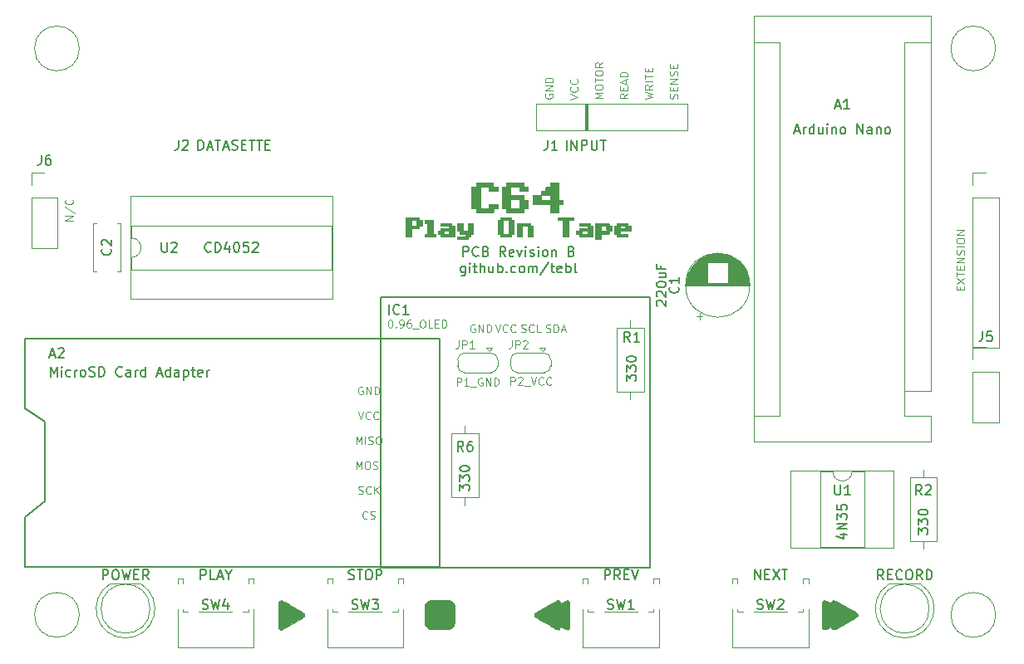
<source format=gto>
G04 #@! TF.GenerationSoftware,KiCad,Pcbnew,(5.1.8)-1*
G04 #@! TF.CreationDate,2022-02-20T18:46:50+01:00*
G04 #@! TF.ProjectId,PlayOnTape Module,506c6179-4f6e-4546-9170-65204d6f6475,rev?*
G04 #@! TF.SameCoordinates,Original*
G04 #@! TF.FileFunction,Legend,Top*
G04 #@! TF.FilePolarity,Positive*
%FSLAX46Y46*%
G04 Gerber Fmt 4.6, Leading zero omitted, Abs format (unit mm)*
G04 Created by KiCad (PCBNEW (5.1.8)-1) date 2022-02-20 18:46:50*
%MOMM*%
%LPD*%
G01*
G04 APERTURE LIST*
%ADD10C,0.150000*%
%ADD11C,0.100000*%
%ADD12C,0.120000*%
%ADD13C,0.010000*%
%ADD14C,0.110000*%
G04 APERTURE END LIST*
D10*
X115030952Y-102497380D02*
X115030952Y-101497380D01*
X115411904Y-101497380D01*
X115507142Y-101545000D01*
X115554761Y-101592619D01*
X115602380Y-101687857D01*
X115602380Y-101830714D01*
X115554761Y-101925952D01*
X115507142Y-101973571D01*
X115411904Y-102021190D01*
X115030952Y-102021190D01*
X116602380Y-102402142D02*
X116554761Y-102449761D01*
X116411904Y-102497380D01*
X116316666Y-102497380D01*
X116173809Y-102449761D01*
X116078571Y-102354523D01*
X116030952Y-102259285D01*
X115983333Y-102068809D01*
X115983333Y-101925952D01*
X116030952Y-101735476D01*
X116078571Y-101640238D01*
X116173809Y-101545000D01*
X116316666Y-101497380D01*
X116411904Y-101497380D01*
X116554761Y-101545000D01*
X116602380Y-101592619D01*
X117364285Y-101973571D02*
X117507142Y-102021190D01*
X117554761Y-102068809D01*
X117602380Y-102164047D01*
X117602380Y-102306904D01*
X117554761Y-102402142D01*
X117507142Y-102449761D01*
X117411904Y-102497380D01*
X117030952Y-102497380D01*
X117030952Y-101497380D01*
X117364285Y-101497380D01*
X117459523Y-101545000D01*
X117507142Y-101592619D01*
X117554761Y-101687857D01*
X117554761Y-101783095D01*
X117507142Y-101878333D01*
X117459523Y-101925952D01*
X117364285Y-101973571D01*
X117030952Y-101973571D01*
X119364285Y-102497380D02*
X119030952Y-102021190D01*
X118792857Y-102497380D02*
X118792857Y-101497380D01*
X119173809Y-101497380D01*
X119269047Y-101545000D01*
X119316666Y-101592619D01*
X119364285Y-101687857D01*
X119364285Y-101830714D01*
X119316666Y-101925952D01*
X119269047Y-101973571D01*
X119173809Y-102021190D01*
X118792857Y-102021190D01*
X120173809Y-102449761D02*
X120078571Y-102497380D01*
X119888095Y-102497380D01*
X119792857Y-102449761D01*
X119745238Y-102354523D01*
X119745238Y-101973571D01*
X119792857Y-101878333D01*
X119888095Y-101830714D01*
X120078571Y-101830714D01*
X120173809Y-101878333D01*
X120221428Y-101973571D01*
X120221428Y-102068809D01*
X119745238Y-102164047D01*
X120554761Y-101830714D02*
X120792857Y-102497380D01*
X121030952Y-101830714D01*
X121411904Y-102497380D02*
X121411904Y-101830714D01*
X121411904Y-101497380D02*
X121364285Y-101545000D01*
X121411904Y-101592619D01*
X121459523Y-101545000D01*
X121411904Y-101497380D01*
X121411904Y-101592619D01*
X121840476Y-102449761D02*
X121935714Y-102497380D01*
X122126190Y-102497380D01*
X122221428Y-102449761D01*
X122269047Y-102354523D01*
X122269047Y-102306904D01*
X122221428Y-102211666D01*
X122126190Y-102164047D01*
X121983333Y-102164047D01*
X121888095Y-102116428D01*
X121840476Y-102021190D01*
X121840476Y-101973571D01*
X121888095Y-101878333D01*
X121983333Y-101830714D01*
X122126190Y-101830714D01*
X122221428Y-101878333D01*
X122697619Y-102497380D02*
X122697619Y-101830714D01*
X122697619Y-101497380D02*
X122650000Y-101545000D01*
X122697619Y-101592619D01*
X122745238Y-101545000D01*
X122697619Y-101497380D01*
X122697619Y-101592619D01*
X123316666Y-102497380D02*
X123221428Y-102449761D01*
X123173809Y-102402142D01*
X123126190Y-102306904D01*
X123126190Y-102021190D01*
X123173809Y-101925952D01*
X123221428Y-101878333D01*
X123316666Y-101830714D01*
X123459523Y-101830714D01*
X123554761Y-101878333D01*
X123602380Y-101925952D01*
X123650000Y-102021190D01*
X123650000Y-102306904D01*
X123602380Y-102402142D01*
X123554761Y-102449761D01*
X123459523Y-102497380D01*
X123316666Y-102497380D01*
X124078571Y-101830714D02*
X124078571Y-102497380D01*
X124078571Y-101925952D02*
X124126190Y-101878333D01*
X124221428Y-101830714D01*
X124364285Y-101830714D01*
X124459523Y-101878333D01*
X124507142Y-101973571D01*
X124507142Y-102497380D01*
X126078571Y-101973571D02*
X126221428Y-102021190D01*
X126269047Y-102068809D01*
X126316666Y-102164047D01*
X126316666Y-102306904D01*
X126269047Y-102402142D01*
X126221428Y-102449761D01*
X126126190Y-102497380D01*
X125745238Y-102497380D01*
X125745238Y-101497380D01*
X126078571Y-101497380D01*
X126173809Y-101545000D01*
X126221428Y-101592619D01*
X126269047Y-101687857D01*
X126269047Y-101783095D01*
X126221428Y-101878333D01*
X126173809Y-101925952D01*
X126078571Y-101973571D01*
X125745238Y-101973571D01*
X115245238Y-103480714D02*
X115245238Y-104290238D01*
X115197619Y-104385476D01*
X115150000Y-104433095D01*
X115054761Y-104480714D01*
X114911904Y-104480714D01*
X114816666Y-104433095D01*
X115245238Y-104099761D02*
X115150000Y-104147380D01*
X114959523Y-104147380D01*
X114864285Y-104099761D01*
X114816666Y-104052142D01*
X114769047Y-103956904D01*
X114769047Y-103671190D01*
X114816666Y-103575952D01*
X114864285Y-103528333D01*
X114959523Y-103480714D01*
X115150000Y-103480714D01*
X115245238Y-103528333D01*
X115721428Y-104147380D02*
X115721428Y-103480714D01*
X115721428Y-103147380D02*
X115673809Y-103195000D01*
X115721428Y-103242619D01*
X115769047Y-103195000D01*
X115721428Y-103147380D01*
X115721428Y-103242619D01*
X116054761Y-103480714D02*
X116435714Y-103480714D01*
X116197619Y-103147380D02*
X116197619Y-104004523D01*
X116245238Y-104099761D01*
X116340476Y-104147380D01*
X116435714Y-104147380D01*
X116769047Y-104147380D02*
X116769047Y-103147380D01*
X117197619Y-104147380D02*
X117197619Y-103623571D01*
X117150000Y-103528333D01*
X117054761Y-103480714D01*
X116911904Y-103480714D01*
X116816666Y-103528333D01*
X116769047Y-103575952D01*
X118102380Y-103480714D02*
X118102380Y-104147380D01*
X117673809Y-103480714D02*
X117673809Y-104004523D01*
X117721428Y-104099761D01*
X117816666Y-104147380D01*
X117959523Y-104147380D01*
X118054761Y-104099761D01*
X118102380Y-104052142D01*
X118578571Y-104147380D02*
X118578571Y-103147380D01*
X118578571Y-103528333D02*
X118673809Y-103480714D01*
X118864285Y-103480714D01*
X118959523Y-103528333D01*
X119007142Y-103575952D01*
X119054761Y-103671190D01*
X119054761Y-103956904D01*
X119007142Y-104052142D01*
X118959523Y-104099761D01*
X118864285Y-104147380D01*
X118673809Y-104147380D01*
X118578571Y-104099761D01*
X119483333Y-104052142D02*
X119530952Y-104099761D01*
X119483333Y-104147380D01*
X119435714Y-104099761D01*
X119483333Y-104052142D01*
X119483333Y-104147380D01*
X120388095Y-104099761D02*
X120292857Y-104147380D01*
X120102380Y-104147380D01*
X120007142Y-104099761D01*
X119959523Y-104052142D01*
X119911904Y-103956904D01*
X119911904Y-103671190D01*
X119959523Y-103575952D01*
X120007142Y-103528333D01*
X120102380Y-103480714D01*
X120292857Y-103480714D01*
X120388095Y-103528333D01*
X120959523Y-104147380D02*
X120864285Y-104099761D01*
X120816666Y-104052142D01*
X120769047Y-103956904D01*
X120769047Y-103671190D01*
X120816666Y-103575952D01*
X120864285Y-103528333D01*
X120959523Y-103480714D01*
X121102380Y-103480714D01*
X121197619Y-103528333D01*
X121245238Y-103575952D01*
X121292857Y-103671190D01*
X121292857Y-103956904D01*
X121245238Y-104052142D01*
X121197619Y-104099761D01*
X121102380Y-104147380D01*
X120959523Y-104147380D01*
X121721428Y-104147380D02*
X121721428Y-103480714D01*
X121721428Y-103575952D02*
X121769047Y-103528333D01*
X121864285Y-103480714D01*
X122007142Y-103480714D01*
X122102380Y-103528333D01*
X122150000Y-103623571D01*
X122150000Y-104147380D01*
X122150000Y-103623571D02*
X122197619Y-103528333D01*
X122292857Y-103480714D01*
X122435714Y-103480714D01*
X122530952Y-103528333D01*
X122578571Y-103623571D01*
X122578571Y-104147380D01*
X123769047Y-103099761D02*
X122911904Y-104385476D01*
X123959523Y-103480714D02*
X124340476Y-103480714D01*
X124102380Y-103147380D02*
X124102380Y-104004523D01*
X124150000Y-104099761D01*
X124245238Y-104147380D01*
X124340476Y-104147380D01*
X125054761Y-104099761D02*
X124959523Y-104147380D01*
X124769047Y-104147380D01*
X124673809Y-104099761D01*
X124626190Y-104004523D01*
X124626190Y-103623571D01*
X124673809Y-103528333D01*
X124769047Y-103480714D01*
X124959523Y-103480714D01*
X125054761Y-103528333D01*
X125102380Y-103623571D01*
X125102380Y-103718809D01*
X124626190Y-103814047D01*
X125530952Y-104147380D02*
X125530952Y-103147380D01*
X125530952Y-103528333D02*
X125626190Y-103480714D01*
X125816666Y-103480714D01*
X125911904Y-103528333D01*
X125959523Y-103575952D01*
X126007142Y-103671190D01*
X126007142Y-103956904D01*
X125959523Y-104052142D01*
X125911904Y-104099761D01*
X125816666Y-104147380D01*
X125626190Y-104147380D01*
X125530952Y-104099761D01*
X126578571Y-104147380D02*
X126483333Y-104099761D01*
X126435714Y-104004523D01*
X126435714Y-103147380D01*
D11*
X136848809Y-86396619D02*
X136886904Y-86282333D01*
X136886904Y-86091857D01*
X136848809Y-86015666D01*
X136810714Y-85977571D01*
X136734523Y-85939476D01*
X136658333Y-85939476D01*
X136582142Y-85977571D01*
X136544047Y-86015666D01*
X136505952Y-86091857D01*
X136467857Y-86244238D01*
X136429761Y-86320428D01*
X136391666Y-86358523D01*
X136315476Y-86396619D01*
X136239285Y-86396619D01*
X136163095Y-86358523D01*
X136125000Y-86320428D01*
X136086904Y-86244238D01*
X136086904Y-86053761D01*
X136125000Y-85939476D01*
X136467857Y-85596619D02*
X136467857Y-85329952D01*
X136886904Y-85215666D02*
X136886904Y-85596619D01*
X136086904Y-85596619D01*
X136086904Y-85215666D01*
X136886904Y-84872809D02*
X136086904Y-84872809D01*
X136886904Y-84415666D01*
X136086904Y-84415666D01*
X136848809Y-84072809D02*
X136886904Y-83958523D01*
X136886904Y-83768047D01*
X136848809Y-83691857D01*
X136810714Y-83653761D01*
X136734523Y-83615666D01*
X136658333Y-83615666D01*
X136582142Y-83653761D01*
X136544047Y-83691857D01*
X136505952Y-83768047D01*
X136467857Y-83920428D01*
X136429761Y-83996619D01*
X136391666Y-84034714D01*
X136315476Y-84072809D01*
X136239285Y-84072809D01*
X136163095Y-84034714D01*
X136125000Y-83996619D01*
X136086904Y-83920428D01*
X136086904Y-83729952D01*
X136125000Y-83615666D01*
X136467857Y-83272809D02*
X136467857Y-83006142D01*
X136886904Y-82891857D02*
X136886904Y-83272809D01*
X136086904Y-83272809D01*
X136086904Y-82891857D01*
X133546904Y-86434714D02*
X134346904Y-86244238D01*
X133775476Y-86091857D01*
X134346904Y-85939476D01*
X133546904Y-85749000D01*
X134346904Y-84987095D02*
X133965952Y-85253761D01*
X134346904Y-85444238D02*
X133546904Y-85444238D01*
X133546904Y-85139476D01*
X133585000Y-85063285D01*
X133623095Y-85025190D01*
X133699285Y-84987095D01*
X133813571Y-84987095D01*
X133889761Y-85025190D01*
X133927857Y-85063285D01*
X133965952Y-85139476D01*
X133965952Y-85444238D01*
X134346904Y-84644238D02*
X133546904Y-84644238D01*
X133546904Y-84377571D02*
X133546904Y-83920428D01*
X134346904Y-84149000D02*
X133546904Y-84149000D01*
X133927857Y-83653761D02*
X133927857Y-83387095D01*
X134346904Y-83272809D02*
X134346904Y-83653761D01*
X133546904Y-83653761D01*
X133546904Y-83272809D01*
X131806904Y-85901380D02*
X131425952Y-86168047D01*
X131806904Y-86358523D02*
X131006904Y-86358523D01*
X131006904Y-86053761D01*
X131045000Y-85977571D01*
X131083095Y-85939476D01*
X131159285Y-85901380D01*
X131273571Y-85901380D01*
X131349761Y-85939476D01*
X131387857Y-85977571D01*
X131425952Y-86053761D01*
X131425952Y-86358523D01*
X131387857Y-85558523D02*
X131387857Y-85291857D01*
X131806904Y-85177571D02*
X131806904Y-85558523D01*
X131006904Y-85558523D01*
X131006904Y-85177571D01*
X131578333Y-84872809D02*
X131578333Y-84491857D01*
X131806904Y-84949000D02*
X131006904Y-84682333D01*
X131806904Y-84415666D01*
X131806904Y-84149000D02*
X131006904Y-84149000D01*
X131006904Y-83958523D01*
X131045000Y-83844238D01*
X131121190Y-83768047D01*
X131197380Y-83729952D01*
X131349761Y-83691857D01*
X131464047Y-83691857D01*
X131616428Y-83729952D01*
X131692619Y-83768047D01*
X131768809Y-83844238D01*
X131806904Y-83958523D01*
X131806904Y-84149000D01*
X129266904Y-86358523D02*
X128466904Y-86358523D01*
X129038333Y-86091857D01*
X128466904Y-85825190D01*
X129266904Y-85825190D01*
X128466904Y-85291857D02*
X128466904Y-85139476D01*
X128505000Y-85063285D01*
X128581190Y-84987095D01*
X128733571Y-84949000D01*
X129000238Y-84949000D01*
X129152619Y-84987095D01*
X129228809Y-85063285D01*
X129266904Y-85139476D01*
X129266904Y-85291857D01*
X129228809Y-85368047D01*
X129152619Y-85444238D01*
X129000238Y-85482333D01*
X128733571Y-85482333D01*
X128581190Y-85444238D01*
X128505000Y-85368047D01*
X128466904Y-85291857D01*
X128466904Y-84720428D02*
X128466904Y-84263285D01*
X129266904Y-84491857D02*
X128466904Y-84491857D01*
X128466904Y-83844238D02*
X128466904Y-83691857D01*
X128505000Y-83615666D01*
X128581190Y-83539476D01*
X128733571Y-83501380D01*
X129000238Y-83501380D01*
X129152619Y-83539476D01*
X129228809Y-83615666D01*
X129266904Y-83691857D01*
X129266904Y-83844238D01*
X129228809Y-83920428D01*
X129152619Y-83996619D01*
X129000238Y-84034714D01*
X128733571Y-84034714D01*
X128581190Y-83996619D01*
X128505000Y-83920428D01*
X128466904Y-83844238D01*
X129266904Y-82701380D02*
X128885952Y-82968047D01*
X129266904Y-83158523D02*
X128466904Y-83158523D01*
X128466904Y-82853761D01*
X128505000Y-82777571D01*
X128543095Y-82739476D01*
X128619285Y-82701380D01*
X128733571Y-82701380D01*
X128809761Y-82739476D01*
X128847857Y-82777571D01*
X128885952Y-82853761D01*
X128885952Y-83158523D01*
X125926904Y-86472809D02*
X126726904Y-86206142D01*
X125926904Y-85939476D01*
X126650714Y-85215666D02*
X126688809Y-85253761D01*
X126726904Y-85368047D01*
X126726904Y-85444238D01*
X126688809Y-85558523D01*
X126612619Y-85634714D01*
X126536428Y-85672809D01*
X126384047Y-85710904D01*
X126269761Y-85710904D01*
X126117380Y-85672809D01*
X126041190Y-85634714D01*
X125965000Y-85558523D01*
X125926904Y-85444238D01*
X125926904Y-85368047D01*
X125965000Y-85253761D01*
X126003095Y-85215666D01*
X126650714Y-84415666D02*
X126688809Y-84453761D01*
X126726904Y-84568047D01*
X126726904Y-84644238D01*
X126688809Y-84758523D01*
X126612619Y-84834714D01*
X126536428Y-84872809D01*
X126384047Y-84910904D01*
X126269761Y-84910904D01*
X126117380Y-84872809D01*
X126041190Y-84834714D01*
X125965000Y-84758523D01*
X125926904Y-84644238D01*
X125926904Y-84568047D01*
X125965000Y-84453761D01*
X126003095Y-84415666D01*
X123425000Y-85939476D02*
X123386904Y-86015666D01*
X123386904Y-86129952D01*
X123425000Y-86244238D01*
X123501190Y-86320428D01*
X123577380Y-86358523D01*
X123729761Y-86396619D01*
X123844047Y-86396619D01*
X123996428Y-86358523D01*
X124072619Y-86320428D01*
X124148809Y-86244238D01*
X124186904Y-86129952D01*
X124186904Y-86053761D01*
X124148809Y-85939476D01*
X124110714Y-85901380D01*
X123844047Y-85901380D01*
X123844047Y-86053761D01*
X124186904Y-85558523D02*
X123386904Y-85558523D01*
X124186904Y-85101380D01*
X123386904Y-85101380D01*
X124186904Y-84720428D02*
X123386904Y-84720428D01*
X123386904Y-84529952D01*
X123425000Y-84415666D01*
X123501190Y-84339476D01*
X123577380Y-84301380D01*
X123729761Y-84263285D01*
X123844047Y-84263285D01*
X123996428Y-84301380D01*
X124072619Y-84339476D01*
X124148809Y-84415666D01*
X124186904Y-84529952D01*
X124186904Y-84720428D01*
X123488571Y-110178809D02*
X123602857Y-110216904D01*
X123793333Y-110216904D01*
X123869523Y-110178809D01*
X123907619Y-110140714D01*
X123945714Y-110064523D01*
X123945714Y-109988333D01*
X123907619Y-109912142D01*
X123869523Y-109874047D01*
X123793333Y-109835952D01*
X123640952Y-109797857D01*
X123564761Y-109759761D01*
X123526666Y-109721666D01*
X123488571Y-109645476D01*
X123488571Y-109569285D01*
X123526666Y-109493095D01*
X123564761Y-109455000D01*
X123640952Y-109416904D01*
X123831428Y-109416904D01*
X123945714Y-109455000D01*
X124288571Y-110216904D02*
X124288571Y-109416904D01*
X124479047Y-109416904D01*
X124593333Y-109455000D01*
X124669523Y-109531190D01*
X124707619Y-109607380D01*
X124745714Y-109759761D01*
X124745714Y-109874047D01*
X124707619Y-110026428D01*
X124669523Y-110102619D01*
X124593333Y-110178809D01*
X124479047Y-110216904D01*
X124288571Y-110216904D01*
X125050476Y-109988333D02*
X125431428Y-109988333D01*
X124974285Y-110216904D02*
X125240952Y-109416904D01*
X125507619Y-110216904D01*
X120967619Y-110178809D02*
X121081904Y-110216904D01*
X121272380Y-110216904D01*
X121348571Y-110178809D01*
X121386666Y-110140714D01*
X121424761Y-110064523D01*
X121424761Y-109988333D01*
X121386666Y-109912142D01*
X121348571Y-109874047D01*
X121272380Y-109835952D01*
X121120000Y-109797857D01*
X121043809Y-109759761D01*
X121005714Y-109721666D01*
X120967619Y-109645476D01*
X120967619Y-109569285D01*
X121005714Y-109493095D01*
X121043809Y-109455000D01*
X121120000Y-109416904D01*
X121310476Y-109416904D01*
X121424761Y-109455000D01*
X122224761Y-110140714D02*
X122186666Y-110178809D01*
X122072380Y-110216904D01*
X121996190Y-110216904D01*
X121881904Y-110178809D01*
X121805714Y-110102619D01*
X121767619Y-110026428D01*
X121729523Y-109874047D01*
X121729523Y-109759761D01*
X121767619Y-109607380D01*
X121805714Y-109531190D01*
X121881904Y-109455000D01*
X121996190Y-109416904D01*
X122072380Y-109416904D01*
X122186666Y-109455000D01*
X122224761Y-109493095D01*
X122948571Y-110216904D02*
X122567619Y-110216904D01*
X122567619Y-109416904D01*
X118313333Y-109416904D02*
X118580000Y-110216904D01*
X118846666Y-109416904D01*
X119570476Y-110140714D02*
X119532380Y-110178809D01*
X119418095Y-110216904D01*
X119341904Y-110216904D01*
X119227619Y-110178809D01*
X119151428Y-110102619D01*
X119113333Y-110026428D01*
X119075238Y-109874047D01*
X119075238Y-109759761D01*
X119113333Y-109607380D01*
X119151428Y-109531190D01*
X119227619Y-109455000D01*
X119341904Y-109416904D01*
X119418095Y-109416904D01*
X119532380Y-109455000D01*
X119570476Y-109493095D01*
X120370476Y-110140714D02*
X120332380Y-110178809D01*
X120218095Y-110216904D01*
X120141904Y-110216904D01*
X120027619Y-110178809D01*
X119951428Y-110102619D01*
X119913333Y-110026428D01*
X119875238Y-109874047D01*
X119875238Y-109759761D01*
X119913333Y-109607380D01*
X119951428Y-109531190D01*
X120027619Y-109455000D01*
X120141904Y-109416904D01*
X120218095Y-109416904D01*
X120332380Y-109455000D01*
X120370476Y-109493095D01*
X116230476Y-109455000D02*
X116154285Y-109416904D01*
X116040000Y-109416904D01*
X115925714Y-109455000D01*
X115849523Y-109531190D01*
X115811428Y-109607380D01*
X115773333Y-109759761D01*
X115773333Y-109874047D01*
X115811428Y-110026428D01*
X115849523Y-110102619D01*
X115925714Y-110178809D01*
X116040000Y-110216904D01*
X116116190Y-110216904D01*
X116230476Y-110178809D01*
X116268571Y-110140714D01*
X116268571Y-109874047D01*
X116116190Y-109874047D01*
X116611428Y-110216904D02*
X116611428Y-109416904D01*
X117068571Y-110216904D01*
X117068571Y-109416904D01*
X117449523Y-110216904D02*
X117449523Y-109416904D01*
X117640000Y-109416904D01*
X117754285Y-109455000D01*
X117830476Y-109531190D01*
X117868571Y-109607380D01*
X117906666Y-109759761D01*
X117906666Y-109874047D01*
X117868571Y-110026428D01*
X117830476Y-110102619D01*
X117754285Y-110178809D01*
X117640000Y-110216904D01*
X117449523Y-110216904D01*
G36*
X127762000Y-86995000D02*
G01*
X127762000Y-89535000D01*
X127508000Y-89535000D01*
X127508000Y-86995000D01*
X127762000Y-86995000D01*
G37*
X127762000Y-86995000D02*
X127762000Y-89535000D01*
X127508000Y-89535000D01*
X127508000Y-86995000D01*
X127762000Y-86995000D01*
D12*
X122495000Y-89595000D02*
X122495000Y-86935000D01*
X122495000Y-86935000D02*
X137855000Y-86935000D01*
X122495000Y-89595000D02*
X137855000Y-89595000D01*
X137855000Y-89595000D02*
X137855000Y-86935000D01*
D13*
G36*
X155219290Y-139114067D02*
G01*
X155164800Y-139215194D01*
X155150414Y-139231321D01*
X155108202Y-139264243D01*
X155023011Y-139321095D01*
X154901029Y-139398086D01*
X154748446Y-139491421D01*
X154571451Y-139597310D01*
X154376231Y-139711959D01*
X154197914Y-139815000D01*
X153985000Y-139937147D01*
X153778494Y-140055686D01*
X153585790Y-140166366D01*
X153414282Y-140264938D01*
X153271364Y-140347155D01*
X153164428Y-140408765D01*
X153111949Y-140439092D01*
X152966012Y-140515649D01*
X152851910Y-140554575D01*
X152760121Y-140556655D01*
X152681128Y-140522674D01*
X152629410Y-140478918D01*
X152546914Y-140396422D01*
X152546914Y-137743522D01*
X152619978Y-137656690D01*
X152652593Y-137619810D01*
X152684877Y-137591749D01*
X152721247Y-137574259D01*
X152766116Y-137569090D01*
X152823902Y-137577996D01*
X152899017Y-137602727D01*
X152995879Y-137645035D01*
X153118902Y-137706673D01*
X153272501Y-137789391D01*
X153461092Y-137894942D01*
X153689089Y-138025077D01*
X153960908Y-138181548D01*
X154000659Y-138204471D01*
X154230489Y-138337804D01*
X154446859Y-138464832D01*
X154644482Y-138582343D01*
X154818072Y-138687125D01*
X154962343Y-138775966D01*
X155072009Y-138845655D01*
X155141782Y-138892980D01*
X155164525Y-138911601D01*
X155219307Y-139010425D01*
X155219290Y-139114067D01*
G37*
X155219290Y-139114067D02*
X155164800Y-139215194D01*
X155150414Y-139231321D01*
X155108202Y-139264243D01*
X155023011Y-139321095D01*
X154901029Y-139398086D01*
X154748446Y-139491421D01*
X154571451Y-139597310D01*
X154376231Y-139711959D01*
X154197914Y-139815000D01*
X153985000Y-139937147D01*
X153778494Y-140055686D01*
X153585790Y-140166366D01*
X153414282Y-140264938D01*
X153271364Y-140347155D01*
X153164428Y-140408765D01*
X153111949Y-140439092D01*
X152966012Y-140515649D01*
X152851910Y-140554575D01*
X152760121Y-140556655D01*
X152681128Y-140522674D01*
X152629410Y-140478918D01*
X152546914Y-140396422D01*
X152546914Y-137743522D01*
X152619978Y-137656690D01*
X152652593Y-137619810D01*
X152684877Y-137591749D01*
X152721247Y-137574259D01*
X152766116Y-137569090D01*
X152823902Y-137577996D01*
X152899017Y-137602727D01*
X152995879Y-137645035D01*
X153118902Y-137706673D01*
X153272501Y-137789391D01*
X153461092Y-137894942D01*
X153689089Y-138025077D01*
X153960908Y-138181548D01*
X154000659Y-138204471D01*
X154230489Y-138337804D01*
X154446859Y-138464832D01*
X154644482Y-138582343D01*
X154818072Y-138687125D01*
X154962343Y-138775966D01*
X155072009Y-138845655D01*
X155141782Y-138892980D01*
X155164525Y-138911601D01*
X155219307Y-139010425D01*
X155219290Y-139114067D01*
G36*
X154269290Y-139114067D02*
G01*
X154214800Y-139215194D01*
X154200414Y-139231321D01*
X154158202Y-139264243D01*
X154073011Y-139321095D01*
X153951029Y-139398086D01*
X153798446Y-139491421D01*
X153621451Y-139597310D01*
X153426231Y-139711959D01*
X153247914Y-139815000D01*
X153035000Y-139937147D01*
X152828494Y-140055686D01*
X152635790Y-140166366D01*
X152464282Y-140264938D01*
X152321364Y-140347155D01*
X152214428Y-140408765D01*
X152161949Y-140439092D01*
X152016012Y-140515649D01*
X151901910Y-140554575D01*
X151810121Y-140556655D01*
X151731128Y-140522674D01*
X151679410Y-140478918D01*
X151596914Y-140396422D01*
X151596914Y-137743522D01*
X151669978Y-137656690D01*
X151702593Y-137619810D01*
X151734877Y-137591749D01*
X151771247Y-137574259D01*
X151816116Y-137569090D01*
X151873902Y-137577996D01*
X151949017Y-137602727D01*
X152045879Y-137645035D01*
X152168902Y-137706673D01*
X152322501Y-137789391D01*
X152511092Y-137894942D01*
X152739089Y-138025077D01*
X153010908Y-138181548D01*
X153050659Y-138204471D01*
X153280489Y-138337804D01*
X153496859Y-138464832D01*
X153694482Y-138582343D01*
X153868072Y-138687125D01*
X154012343Y-138775966D01*
X154122009Y-138845655D01*
X154191782Y-138892980D01*
X154214525Y-138911601D01*
X154269307Y-139010425D01*
X154269290Y-139114067D01*
G37*
X154269290Y-139114067D02*
X154214800Y-139215194D01*
X154200414Y-139231321D01*
X154158202Y-139264243D01*
X154073011Y-139321095D01*
X153951029Y-139398086D01*
X153798446Y-139491421D01*
X153621451Y-139597310D01*
X153426231Y-139711959D01*
X153247914Y-139815000D01*
X153035000Y-139937147D01*
X152828494Y-140055686D01*
X152635790Y-140166366D01*
X152464282Y-140264938D01*
X152321364Y-140347155D01*
X152214428Y-140408765D01*
X152161949Y-140439092D01*
X152016012Y-140515649D01*
X151901910Y-140554575D01*
X151810121Y-140556655D01*
X151731128Y-140522674D01*
X151679410Y-140478918D01*
X151596914Y-140396422D01*
X151596914Y-137743522D01*
X151669978Y-137656690D01*
X151702593Y-137619810D01*
X151734877Y-137591749D01*
X151771247Y-137574259D01*
X151816116Y-137569090D01*
X151873902Y-137577996D01*
X151949017Y-137602727D01*
X152045879Y-137645035D01*
X152168902Y-137706673D01*
X152322501Y-137789391D01*
X152511092Y-137894942D01*
X152739089Y-138025077D01*
X153010908Y-138181548D01*
X153050659Y-138204471D01*
X153280489Y-138337804D01*
X153496859Y-138464832D01*
X153694482Y-138582343D01*
X153868072Y-138687125D01*
X154012343Y-138775966D01*
X154122009Y-138845655D01*
X154191782Y-138892980D01*
X154214525Y-138911601D01*
X154269307Y-139010425D01*
X154269290Y-139114067D01*
G36*
X122275710Y-139015933D02*
G01*
X122330200Y-138914806D01*
X122344586Y-138898679D01*
X122386798Y-138865757D01*
X122471989Y-138808905D01*
X122593971Y-138731914D01*
X122746554Y-138638579D01*
X122923549Y-138532690D01*
X123118769Y-138418041D01*
X123297086Y-138315000D01*
X123510000Y-138192853D01*
X123716506Y-138074314D01*
X123909210Y-137963634D01*
X124080718Y-137865062D01*
X124223636Y-137782845D01*
X124330572Y-137721235D01*
X124383051Y-137690908D01*
X124528988Y-137614351D01*
X124643090Y-137575425D01*
X124734879Y-137573345D01*
X124813872Y-137607326D01*
X124865590Y-137651082D01*
X124948086Y-137733578D01*
X124948086Y-140386478D01*
X124875022Y-140473310D01*
X124842407Y-140510190D01*
X124810123Y-140538251D01*
X124773753Y-140555741D01*
X124728884Y-140560910D01*
X124671098Y-140552004D01*
X124595983Y-140527273D01*
X124499121Y-140484965D01*
X124376098Y-140423327D01*
X124222499Y-140340609D01*
X124033908Y-140235058D01*
X123805911Y-140104923D01*
X123534092Y-139948452D01*
X123494341Y-139925529D01*
X123264511Y-139792196D01*
X123048141Y-139665168D01*
X122850518Y-139547657D01*
X122676928Y-139442875D01*
X122532657Y-139354034D01*
X122422991Y-139284345D01*
X122353218Y-139237020D01*
X122330475Y-139218399D01*
X122275693Y-139119575D01*
X122275710Y-139015933D01*
G37*
X122275710Y-139015933D02*
X122330200Y-138914806D01*
X122344586Y-138898679D01*
X122386798Y-138865757D01*
X122471989Y-138808905D01*
X122593971Y-138731914D01*
X122746554Y-138638579D01*
X122923549Y-138532690D01*
X123118769Y-138418041D01*
X123297086Y-138315000D01*
X123510000Y-138192853D01*
X123716506Y-138074314D01*
X123909210Y-137963634D01*
X124080718Y-137865062D01*
X124223636Y-137782845D01*
X124330572Y-137721235D01*
X124383051Y-137690908D01*
X124528988Y-137614351D01*
X124643090Y-137575425D01*
X124734879Y-137573345D01*
X124813872Y-137607326D01*
X124865590Y-137651082D01*
X124948086Y-137733578D01*
X124948086Y-140386478D01*
X124875022Y-140473310D01*
X124842407Y-140510190D01*
X124810123Y-140538251D01*
X124773753Y-140555741D01*
X124728884Y-140560910D01*
X124671098Y-140552004D01*
X124595983Y-140527273D01*
X124499121Y-140484965D01*
X124376098Y-140423327D01*
X124222499Y-140340609D01*
X124033908Y-140235058D01*
X123805911Y-140104923D01*
X123534092Y-139948452D01*
X123494341Y-139925529D01*
X123264511Y-139792196D01*
X123048141Y-139665168D01*
X122850518Y-139547657D01*
X122676928Y-139442875D01*
X122532657Y-139354034D01*
X122422991Y-139284345D01*
X122353218Y-139237020D01*
X122330475Y-139218399D01*
X122275693Y-139119575D01*
X122275710Y-139015933D01*
G36*
X123225710Y-139015933D02*
G01*
X123280200Y-138914806D01*
X123294586Y-138898679D01*
X123336798Y-138865757D01*
X123421989Y-138808905D01*
X123543971Y-138731914D01*
X123696554Y-138638579D01*
X123873549Y-138532690D01*
X124068769Y-138418041D01*
X124247086Y-138315000D01*
X124460000Y-138192853D01*
X124666506Y-138074314D01*
X124859210Y-137963634D01*
X125030718Y-137865062D01*
X125173636Y-137782845D01*
X125280572Y-137721235D01*
X125333051Y-137690908D01*
X125478988Y-137614351D01*
X125593090Y-137575425D01*
X125684879Y-137573345D01*
X125763872Y-137607326D01*
X125815590Y-137651082D01*
X125898086Y-137733578D01*
X125898086Y-140386478D01*
X125825022Y-140473310D01*
X125792407Y-140510190D01*
X125760123Y-140538251D01*
X125723753Y-140555741D01*
X125678884Y-140560910D01*
X125621098Y-140552004D01*
X125545983Y-140527273D01*
X125449121Y-140484965D01*
X125326098Y-140423327D01*
X125172499Y-140340609D01*
X124983908Y-140235058D01*
X124755911Y-140104923D01*
X124484092Y-139948452D01*
X124444341Y-139925529D01*
X124214511Y-139792196D01*
X123998141Y-139665168D01*
X123800518Y-139547657D01*
X123626928Y-139442875D01*
X123482657Y-139354034D01*
X123372991Y-139284345D01*
X123303218Y-139237020D01*
X123280475Y-139218399D01*
X123225693Y-139119575D01*
X123225710Y-139015933D01*
G37*
X123225710Y-139015933D02*
X123280200Y-138914806D01*
X123294586Y-138898679D01*
X123336798Y-138865757D01*
X123421989Y-138808905D01*
X123543971Y-138731914D01*
X123696554Y-138638579D01*
X123873549Y-138532690D01*
X124068769Y-138418041D01*
X124247086Y-138315000D01*
X124460000Y-138192853D01*
X124666506Y-138074314D01*
X124859210Y-137963634D01*
X125030718Y-137865062D01*
X125173636Y-137782845D01*
X125280572Y-137721235D01*
X125333051Y-137690908D01*
X125478988Y-137614351D01*
X125593090Y-137575425D01*
X125684879Y-137573345D01*
X125763872Y-137607326D01*
X125815590Y-137651082D01*
X125898086Y-137733578D01*
X125898086Y-140386478D01*
X125825022Y-140473310D01*
X125792407Y-140510190D01*
X125760123Y-140538251D01*
X125723753Y-140555741D01*
X125678884Y-140560910D01*
X125621098Y-140552004D01*
X125545983Y-140527273D01*
X125449121Y-140484965D01*
X125326098Y-140423327D01*
X125172499Y-140340609D01*
X124983908Y-140235058D01*
X124755911Y-140104923D01*
X124484092Y-139948452D01*
X124444341Y-139925529D01*
X124214511Y-139792196D01*
X123998141Y-139665168D01*
X123800518Y-139547657D01*
X123626928Y-139442875D01*
X123482657Y-139354034D01*
X123372991Y-139284345D01*
X123303218Y-139237020D01*
X123280475Y-139218399D01*
X123225693Y-139119575D01*
X123225710Y-139015933D01*
D10*
X112620000Y-110905000D02*
X112620000Y-134205000D01*
X112620000Y-110905000D02*
X70420000Y-110905000D01*
X112620000Y-134205000D02*
X70420000Y-134205000D01*
X70420000Y-110905000D02*
X70420000Y-118005000D01*
X70420000Y-134205000D02*
X70420000Y-129105000D01*
X70420000Y-118005000D02*
X72420000Y-119380000D01*
X70420000Y-129105000D02*
X72420000Y-127500000D01*
X72420000Y-127500000D02*
X72420000Y-119380000D01*
D13*
G36*
X124768919Y-96722132D02*
G01*
X125201151Y-96722132D01*
X125201151Y-97154365D01*
X124768919Y-97154365D01*
X124768919Y-98044255D01*
X123879029Y-98044255D01*
X123879029Y-97154365D01*
X122099249Y-97154365D01*
X122099249Y-96264475D01*
X122989139Y-96264475D01*
X122989139Y-96722132D01*
X123879029Y-96722132D01*
X123879029Y-96264475D01*
X122989139Y-96264475D01*
X122989139Y-95834222D01*
X123211612Y-95826876D01*
X123434084Y-95819530D01*
X123441431Y-95597057D01*
X123448777Y-95374585D01*
X123879029Y-95374585D01*
X123879029Y-94942353D01*
X124768919Y-94942353D01*
X124768919Y-96722132D01*
G37*
X124768919Y-96722132D02*
X125201151Y-96722132D01*
X125201151Y-97154365D01*
X124768919Y-97154365D01*
X124768919Y-98044255D01*
X123879029Y-98044255D01*
X123879029Y-97154365D01*
X122099249Y-97154365D01*
X122099249Y-96264475D01*
X122989139Y-96264475D01*
X122989139Y-96722132D01*
X123879029Y-96722132D01*
X123879029Y-96264475D01*
X122989139Y-96264475D01*
X122989139Y-95834222D01*
X123211612Y-95826876D01*
X123434084Y-95819530D01*
X123441431Y-95597057D01*
X123448777Y-95374585D01*
X123879029Y-95374585D01*
X123879029Y-94942353D01*
X124768919Y-94942353D01*
X124768919Y-96722132D01*
G36*
X121209360Y-95374585D02*
G01*
X121667017Y-95374585D01*
X121667017Y-95806817D01*
X120777127Y-95806817D01*
X120777127Y-95374585D01*
X119887237Y-95374585D01*
X119887237Y-96264475D01*
X121207380Y-96264475D01*
X121214726Y-96486947D01*
X121222072Y-96709420D01*
X121444545Y-96716766D01*
X121667017Y-96724112D01*
X121667017Y-97584617D01*
X121444545Y-97591963D01*
X121222072Y-97599310D01*
X121214726Y-97821782D01*
X121207380Y-98044255D01*
X119456985Y-98044255D01*
X119449639Y-97821782D01*
X119442293Y-97599310D01*
X119219820Y-97591963D01*
X118997348Y-97584617D01*
X118997348Y-96696707D01*
X119887237Y-96696707D01*
X119887237Y-97612022D01*
X120777127Y-97612022D01*
X120777127Y-96696707D01*
X119887237Y-96696707D01*
X118997348Y-96696707D01*
X118997348Y-95374585D01*
X119455005Y-95374585D01*
X119455005Y-94942353D01*
X121209360Y-94942353D01*
X121209360Y-95374585D01*
G37*
X121209360Y-95374585D02*
X121667017Y-95374585D01*
X121667017Y-95806817D01*
X120777127Y-95806817D01*
X120777127Y-95374585D01*
X119887237Y-95374585D01*
X119887237Y-96264475D01*
X121207380Y-96264475D01*
X121214726Y-96486947D01*
X121222072Y-96709420D01*
X121444545Y-96716766D01*
X121667017Y-96724112D01*
X121667017Y-97584617D01*
X121444545Y-97591963D01*
X121222072Y-97599310D01*
X121214726Y-97821782D01*
X121207380Y-98044255D01*
X119456985Y-98044255D01*
X119449639Y-97821782D01*
X119442293Y-97599310D01*
X119219820Y-97591963D01*
X118997348Y-97584617D01*
X118997348Y-96696707D01*
X119887237Y-96696707D01*
X119887237Y-97612022D01*
X120777127Y-97612022D01*
X120777127Y-96696707D01*
X119887237Y-96696707D01*
X118997348Y-96696707D01*
X118997348Y-95374585D01*
X119455005Y-95374585D01*
X119455005Y-94942353D01*
X121209360Y-94942353D01*
X121209360Y-95374585D01*
G36*
X118107458Y-95374585D02*
G01*
X118565115Y-95374585D01*
X118565115Y-95806817D01*
X117675225Y-95806817D01*
X117675225Y-95374585D01*
X116785336Y-95374585D01*
X116785336Y-97612022D01*
X117675225Y-97612022D01*
X117675225Y-97154365D01*
X118565115Y-97154365D01*
X118565115Y-97584617D01*
X118342643Y-97591963D01*
X118120170Y-97599310D01*
X118112824Y-97821782D01*
X118105478Y-98044255D01*
X116355083Y-98044255D01*
X116347737Y-97821782D01*
X116340391Y-97599310D01*
X116117918Y-97591963D01*
X115895446Y-97584617D01*
X115895446Y-95374585D01*
X116353103Y-95374585D01*
X116353103Y-94942353D01*
X118107458Y-94942353D01*
X118107458Y-95374585D01*
G37*
X118107458Y-95374585D02*
X118565115Y-95374585D01*
X118565115Y-95806817D01*
X117675225Y-95806817D01*
X117675225Y-95374585D01*
X116785336Y-95374585D01*
X116785336Y-97612022D01*
X117675225Y-97612022D01*
X117675225Y-97154365D01*
X118565115Y-97154365D01*
X118565115Y-97584617D01*
X118342643Y-97591963D01*
X118120170Y-97599310D01*
X118112824Y-97821782D01*
X118105478Y-98044255D01*
X116355083Y-98044255D01*
X116347737Y-97821782D01*
X116340391Y-97599310D01*
X116117918Y-97591963D01*
X115895446Y-97584617D01*
X115895446Y-95374585D01*
X116353103Y-95374585D01*
X116353103Y-94942353D01*
X118107458Y-94942353D01*
X118107458Y-95374585D01*
G36*
X131816790Y-99220180D02*
G01*
X131824475Y-99353664D01*
X131957958Y-99361349D01*
X132091442Y-99369034D01*
X132091442Y-99900311D01*
X130998148Y-99900311D01*
X130998148Y-100179990D01*
X131811762Y-100179990D01*
X131811762Y-100459670D01*
X130718469Y-100459670D01*
X130718469Y-100179990D01*
X130438789Y-100179990D01*
X130438789Y-99620631D01*
X130998148Y-99620631D01*
X131560165Y-99620631D01*
X131552480Y-99487147D01*
X131544795Y-99353664D01*
X131271472Y-99346447D01*
X130998148Y-99339231D01*
X130998148Y-99620631D01*
X130438789Y-99620631D01*
X130438789Y-99369034D01*
X130572272Y-99361349D01*
X130705756Y-99353664D01*
X130713441Y-99220180D01*
X130721126Y-99086697D01*
X131809105Y-99086697D01*
X131816790Y-99220180D01*
G37*
X131816790Y-99220180D02*
X131824475Y-99353664D01*
X131957958Y-99361349D01*
X132091442Y-99369034D01*
X132091442Y-99900311D01*
X130998148Y-99900311D01*
X130998148Y-100179990D01*
X131811762Y-100179990D01*
X131811762Y-100459670D01*
X130718469Y-100459670D01*
X130718469Y-100179990D01*
X130438789Y-100179990D01*
X130438789Y-99620631D01*
X130998148Y-99620631D01*
X131560165Y-99620631D01*
X131552480Y-99487147D01*
X131544795Y-99353664D01*
X131271472Y-99346447D01*
X130998148Y-99339231D01*
X130998148Y-99620631D01*
X130438789Y-99620631D01*
X130438789Y-99369034D01*
X130572272Y-99361349D01*
X130705756Y-99353664D01*
X130713441Y-99220180D01*
X130721126Y-99086697D01*
X131809105Y-99086697D01*
X131816790Y-99220180D01*
G36*
X127952125Y-99220180D02*
G01*
X127959810Y-99353664D01*
X128093294Y-99361349D01*
X128226777Y-99369034D01*
X128226777Y-100459670D01*
X126853804Y-100459670D01*
X126853804Y-100179990D01*
X127133484Y-100179990D01*
X127695500Y-100179990D01*
X127687815Y-100046507D01*
X127680130Y-99913023D01*
X127406807Y-99905807D01*
X127133484Y-99898590D01*
X127133484Y-100179990D01*
X126853804Y-100179990D01*
X126574124Y-100179990D01*
X126574124Y-99900311D01*
X126853804Y-99900311D01*
X126853804Y-99620631D01*
X127695500Y-99620631D01*
X127687815Y-99487147D01*
X127680130Y-99353664D01*
X126853804Y-99339692D01*
X126853804Y-99086697D01*
X127944440Y-99086697D01*
X127952125Y-99220180D01*
G37*
X127952125Y-99220180D02*
X127959810Y-99353664D01*
X128093294Y-99361349D01*
X128226777Y-99369034D01*
X128226777Y-100459670D01*
X126853804Y-100459670D01*
X126853804Y-100179990D01*
X127133484Y-100179990D01*
X127695500Y-100179990D01*
X127687815Y-100046507D01*
X127680130Y-99913023D01*
X127406807Y-99905807D01*
X127133484Y-99898590D01*
X127133484Y-100179990D01*
X126853804Y-100179990D01*
X126574124Y-100179990D01*
X126574124Y-99900311D01*
X126853804Y-99900311D01*
X126853804Y-99620631D01*
X127695500Y-99620631D01*
X127687815Y-99487147D01*
X127680130Y-99353664D01*
X126853804Y-99339692D01*
X126853804Y-99086697D01*
X127944440Y-99086697D01*
X127952125Y-99220180D01*
G36*
X126294445Y-98807017D02*
G01*
X125735085Y-98807017D01*
X125735085Y-100459670D01*
X125201151Y-100459670D01*
X125201151Y-98807017D01*
X124641792Y-98807017D01*
X124641792Y-98527338D01*
X126294445Y-98527338D01*
X126294445Y-98807017D01*
G37*
X126294445Y-98807017D02*
X125735085Y-98807017D01*
X125735085Y-100459670D01*
X125201151Y-100459670D01*
X125201151Y-98807017D01*
X124641792Y-98807017D01*
X124641792Y-98527338D01*
X126294445Y-98527338D01*
X126294445Y-98807017D01*
G36*
X121875448Y-99220180D02*
G01*
X121883133Y-99353664D01*
X122016617Y-99361349D01*
X122150100Y-99369034D01*
X122150100Y-100459670D01*
X121617158Y-100459670D01*
X121603454Y-99353664D01*
X121330130Y-99346447D01*
X121056807Y-99339231D01*
X121056807Y-100459670D01*
X120497448Y-100459670D01*
X120497448Y-99086697D01*
X121867763Y-99086697D01*
X121875448Y-99220180D01*
G37*
X121875448Y-99220180D02*
X121883133Y-99353664D01*
X122016617Y-99361349D01*
X122150100Y-99369034D01*
X122150100Y-100459670D01*
X121617158Y-100459670D01*
X121603454Y-99353664D01*
X121330130Y-99346447D01*
X121056807Y-99339231D01*
X121056807Y-100459670D01*
X120497448Y-100459670D01*
X120497448Y-99086697D01*
X121867763Y-99086697D01*
X121875448Y-99220180D01*
G36*
X119943116Y-98660821D02*
G01*
X119950801Y-98794305D01*
X120084284Y-98801990D01*
X120217768Y-98809675D01*
X120217768Y-100179990D01*
X119938088Y-100179990D01*
X119938088Y-100459670D01*
X118844795Y-100459670D01*
X118844795Y-100179990D01*
X118565115Y-100179990D01*
X118565115Y-98807017D01*
X118844795Y-98807017D01*
X119124475Y-98807017D01*
X119124475Y-100179990D01*
X119683834Y-100179990D01*
X119683834Y-98807017D01*
X119124475Y-98807017D01*
X118844795Y-98807017D01*
X118844795Y-98527338D01*
X119935431Y-98527338D01*
X119943116Y-98660821D01*
G37*
X119943116Y-98660821D02*
X119950801Y-98794305D01*
X120084284Y-98801990D01*
X120217768Y-98809675D01*
X120217768Y-100179990D01*
X119938088Y-100179990D01*
X119938088Y-100459670D01*
X118844795Y-100459670D01*
X118844795Y-100179990D01*
X118565115Y-100179990D01*
X118565115Y-98807017D01*
X118844795Y-98807017D01*
X119124475Y-98807017D01*
X119124475Y-100179990D01*
X119683834Y-100179990D01*
X119683834Y-98807017D01*
X119124475Y-98807017D01*
X118844795Y-98807017D01*
X118844795Y-98527338D01*
X119935431Y-98527338D01*
X119943116Y-98660821D01*
G36*
X113866439Y-99220180D02*
G01*
X113874124Y-99353664D01*
X114007608Y-99361349D01*
X114141091Y-99369034D01*
X114141091Y-100459670D01*
X112768118Y-100459670D01*
X112768118Y-100179990D01*
X113047798Y-100179990D01*
X113609815Y-100179990D01*
X113602130Y-100046507D01*
X113594445Y-99913023D01*
X113321121Y-99905807D01*
X113047798Y-99898590D01*
X113047798Y-100179990D01*
X112768118Y-100179990D01*
X112488439Y-100179990D01*
X112488439Y-99900311D01*
X112768118Y-99900311D01*
X112768118Y-99620631D01*
X113609815Y-99620631D01*
X113602130Y-99487147D01*
X113594445Y-99353664D01*
X113181281Y-99346678D01*
X112768118Y-99339692D01*
X112768118Y-99086697D01*
X113858754Y-99086697D01*
X113866439Y-99220180D01*
G37*
X113866439Y-99220180D02*
X113874124Y-99353664D01*
X114007608Y-99361349D01*
X114141091Y-99369034D01*
X114141091Y-100459670D01*
X112768118Y-100459670D01*
X112768118Y-100179990D01*
X113047798Y-100179990D01*
X113609815Y-100179990D01*
X113602130Y-100046507D01*
X113594445Y-99913023D01*
X113321121Y-99905807D01*
X113047798Y-99898590D01*
X113047798Y-100179990D01*
X112768118Y-100179990D01*
X112488439Y-100179990D01*
X112488439Y-99900311D01*
X112768118Y-99900311D01*
X112768118Y-99620631D01*
X113609815Y-99620631D01*
X113602130Y-99487147D01*
X113594445Y-99353664D01*
X113181281Y-99346678D01*
X112768118Y-99339692D01*
X112768118Y-99086697D01*
X113858754Y-99086697D01*
X113866439Y-99220180D01*
G36*
X111954505Y-100179990D02*
G01*
X112208759Y-100179990D01*
X112208759Y-100459670D01*
X111115466Y-100459670D01*
X111115466Y-100179990D01*
X111395145Y-100179990D01*
X111395145Y-99086697D01*
X111115466Y-99086697D01*
X111115466Y-98807017D01*
X111954505Y-98807017D01*
X111954505Y-100179990D01*
G37*
X111954505Y-100179990D02*
X112208759Y-100179990D01*
X112208759Y-100459670D01*
X111115466Y-100459670D01*
X111115466Y-100179990D01*
X111395145Y-100179990D01*
X111395145Y-99086697D01*
X111115466Y-99086697D01*
X111115466Y-98807017D01*
X111954505Y-98807017D01*
X111954505Y-100179990D01*
G36*
X110561134Y-98660821D02*
G01*
X110568819Y-98794305D01*
X110702303Y-98801990D01*
X110835786Y-98809675D01*
X110835786Y-99338294D01*
X110702303Y-99345979D01*
X110568819Y-99353664D01*
X110561134Y-99487147D01*
X110553449Y-99620631D01*
X109742493Y-99620631D01*
X109742493Y-100459670D01*
X109183133Y-100459670D01*
X109183133Y-98807017D01*
X109742493Y-98807017D01*
X109742493Y-99368097D01*
X110015816Y-99360881D01*
X110289139Y-99353664D01*
X110296356Y-99080341D01*
X110303572Y-98807017D01*
X109742493Y-98807017D01*
X109183133Y-98807017D01*
X109183133Y-98527338D01*
X110553449Y-98527338D01*
X110561134Y-98660821D01*
G37*
X110561134Y-98660821D02*
X110568819Y-98794305D01*
X110702303Y-98801990D01*
X110835786Y-98809675D01*
X110835786Y-99338294D01*
X110702303Y-99345979D01*
X110568819Y-99353664D01*
X110561134Y-99487147D01*
X110553449Y-99620631D01*
X109742493Y-99620631D01*
X109742493Y-100459670D01*
X109183133Y-100459670D01*
X109183133Y-98807017D01*
X109742493Y-98807017D01*
X109742493Y-99368097D01*
X110015816Y-99360881D01*
X110289139Y-99353664D01*
X110296356Y-99080341D01*
X110303572Y-98807017D01*
X109742493Y-98807017D01*
X109183133Y-98807017D01*
X109183133Y-98527338D01*
X110553449Y-98527338D01*
X110561134Y-98660821D01*
G36*
X129884457Y-99220180D02*
G01*
X129892142Y-99353664D01*
X130025626Y-99361349D01*
X130159109Y-99369034D01*
X130159109Y-99897653D01*
X130025626Y-99905338D01*
X129892142Y-99913023D01*
X129884457Y-100046507D01*
X129876772Y-100179990D01*
X129065816Y-100179990D01*
X129065816Y-100739350D01*
X128506457Y-100739350D01*
X128506457Y-99900311D01*
X129065816Y-99900311D01*
X129626896Y-99900311D01*
X129619679Y-99626987D01*
X129612463Y-99353664D01*
X129339139Y-99346447D01*
X129065816Y-99339231D01*
X129065816Y-99900311D01*
X128506457Y-99900311D01*
X128506457Y-99086697D01*
X129876772Y-99086697D01*
X129884457Y-99220180D01*
G37*
X129884457Y-99220180D02*
X129892142Y-99353664D01*
X130025626Y-99361349D01*
X130159109Y-99369034D01*
X130159109Y-99897653D01*
X130025626Y-99905338D01*
X129892142Y-99913023D01*
X129884457Y-100046507D01*
X129876772Y-100179990D01*
X129065816Y-100179990D01*
X129065816Y-100739350D01*
X128506457Y-100739350D01*
X128506457Y-99900311D01*
X129065816Y-99900311D01*
X129626896Y-99900311D01*
X129619679Y-99626987D01*
X129612463Y-99353664D01*
X129339139Y-99346447D01*
X129065816Y-99339231D01*
X129065816Y-99900311D01*
X128506457Y-99900311D01*
X128506457Y-99086697D01*
X129876772Y-99086697D01*
X129884457Y-99220180D01*
G36*
X114980130Y-99900311D02*
G01*
X115539490Y-99900311D01*
X115539490Y-99086697D01*
X116073424Y-99086697D01*
X116073424Y-100179990D01*
X115793744Y-100179990D01*
X115793744Y-100459670D01*
X115514064Y-100459670D01*
X115514064Y-100739350D01*
X114420771Y-100739350D01*
X114420771Y-100459670D01*
X115259810Y-100459670D01*
X115259810Y-100179990D01*
X114700451Y-100179990D01*
X114700451Y-99900311D01*
X114420771Y-99900311D01*
X114420771Y-99086697D01*
X114980130Y-99086697D01*
X114980130Y-99900311D01*
G37*
X114980130Y-99900311D02*
X115539490Y-99900311D01*
X115539490Y-99086697D01*
X116073424Y-99086697D01*
X116073424Y-100179990D01*
X115793744Y-100179990D01*
X115793744Y-100459670D01*
X115514064Y-100459670D01*
X115514064Y-100739350D01*
X114420771Y-100739350D01*
X114420771Y-100459670D01*
X115259810Y-100459670D01*
X115259810Y-100179990D01*
X114700451Y-100179990D01*
X114700451Y-99900311D01*
X114420771Y-99900311D01*
X114420771Y-99086697D01*
X114980130Y-99086697D01*
X114980130Y-99900311D01*
D10*
X106635000Y-106650000D02*
X134035000Y-106650000D01*
X106635000Y-106650000D02*
X106635000Y-134250000D01*
X106635000Y-134250000D02*
X134035000Y-134250000D01*
X134035000Y-134250000D02*
X134035000Y-106650000D01*
D12*
X71060000Y-93920000D02*
X72390000Y-93920000D01*
X71060000Y-95250000D02*
X71060000Y-93920000D01*
X71060000Y-96520000D02*
X73720000Y-96520000D01*
X73720000Y-96520000D02*
X73720000Y-101660000D01*
X71060000Y-96520000D02*
X71060000Y-101660000D01*
X71060000Y-101660000D02*
X73720000Y-101660000D01*
X160020000Y-116205000D02*
X160020000Y-118745000D01*
X160020000Y-118745000D02*
X162690000Y-118745000D01*
X162690000Y-116205000D02*
X162690000Y-77975000D01*
X162690000Y-121415000D02*
X162690000Y-118745000D01*
X147320000Y-118745000D02*
X144650000Y-118745000D01*
X147320000Y-118745000D02*
X147320000Y-80645000D01*
X147320000Y-80645000D02*
X144650000Y-80645000D01*
X160020000Y-116205000D02*
X162690000Y-116205000D01*
X160020000Y-116205000D02*
X160020000Y-80645000D01*
X160020000Y-80645000D02*
X162690000Y-80645000D01*
X162690000Y-77975000D02*
X144650000Y-77975000D01*
X144650000Y-77975000D02*
X144650000Y-121415000D01*
X144650000Y-121415000D02*
X162690000Y-121415000D01*
X166945000Y-111820000D02*
X169605000Y-111820000D01*
X166945000Y-96520000D02*
X166945000Y-111820000D01*
X169605000Y-96520000D02*
X169605000Y-111820000D01*
X166945000Y-96520000D02*
X169605000Y-96520000D01*
X166945000Y-95250000D02*
X166945000Y-93920000D01*
X166945000Y-93920000D02*
X168275000Y-93920000D01*
X75946000Y-139065000D02*
G75*
G03*
X75946000Y-139065000I-2286000J0D01*
G01*
X169291000Y-139065000D02*
G75*
G03*
X169291000Y-139065000I-2286000J0D01*
G01*
X169291000Y-81280000D02*
G75*
G03*
X169291000Y-81280000I-2286000J0D01*
G01*
X75946000Y-81280000D02*
G75*
G03*
X75946000Y-81280000I-2286000J0D01*
G01*
D13*
G36*
X96538908Y-137595653D02*
G01*
X96667678Y-137647817D01*
X96774590Y-137705790D01*
X96848716Y-137748672D01*
X96964528Y-137815514D01*
X97114779Y-137902140D01*
X97292224Y-138004375D01*
X97489614Y-138118044D01*
X97699705Y-138238971D01*
X97882157Y-138343946D01*
X98089420Y-138464216D01*
X98282816Y-138578434D01*
X98456437Y-138682960D01*
X98604377Y-138774154D01*
X98720728Y-138848376D01*
X98799583Y-138901987D01*
X98834657Y-138930852D01*
X98884411Y-139032950D01*
X98878984Y-139137631D01*
X98818849Y-139238050D01*
X98813056Y-139244268D01*
X98770981Y-139276908D01*
X98685861Y-139333512D01*
X98563827Y-139410335D01*
X98411008Y-139503631D01*
X98233534Y-139609653D01*
X98037534Y-139724656D01*
X97846445Y-139834985D01*
X97632735Y-139957491D01*
X97426226Y-140075994D01*
X97234090Y-140186366D01*
X97063501Y-140284484D01*
X96921634Y-140366220D01*
X96815663Y-140427449D01*
X96760337Y-140459605D01*
X96610930Y-140536847D01*
X96492405Y-140573122D01*
X96397288Y-140568877D01*
X96318106Y-140524555D01*
X96282620Y-140488057D01*
X96209556Y-140401225D01*
X96209556Y-137756998D01*
X96282620Y-137670166D01*
X96354188Y-137607393D01*
X96437014Y-137582367D01*
X96538908Y-137595653D01*
G37*
X96538908Y-137595653D02*
X96667678Y-137647817D01*
X96774590Y-137705790D01*
X96848716Y-137748672D01*
X96964528Y-137815514D01*
X97114779Y-137902140D01*
X97292224Y-138004375D01*
X97489614Y-138118044D01*
X97699705Y-138238971D01*
X97882157Y-138343946D01*
X98089420Y-138464216D01*
X98282816Y-138578434D01*
X98456437Y-138682960D01*
X98604377Y-138774154D01*
X98720728Y-138848376D01*
X98799583Y-138901987D01*
X98834657Y-138930852D01*
X98884411Y-139032950D01*
X98878984Y-139137631D01*
X98818849Y-139238050D01*
X98813056Y-139244268D01*
X98770981Y-139276908D01*
X98685861Y-139333512D01*
X98563827Y-139410335D01*
X98411008Y-139503631D01*
X98233534Y-139609653D01*
X98037534Y-139724656D01*
X97846445Y-139834985D01*
X97632735Y-139957491D01*
X97426226Y-140075994D01*
X97234090Y-140186366D01*
X97063501Y-140284484D01*
X96921634Y-140366220D01*
X96815663Y-140427449D01*
X96760337Y-140459605D01*
X96610930Y-140536847D01*
X96492405Y-140573122D01*
X96397288Y-140568877D01*
X96318106Y-140524555D01*
X96282620Y-140488057D01*
X96209556Y-140401225D01*
X96209556Y-137756998D01*
X96282620Y-137670166D01*
X96354188Y-137607393D01*
X96437014Y-137582367D01*
X96538908Y-137595653D01*
G36*
X113784162Y-137627047D02*
G01*
X113941687Y-137735139D01*
X114057341Y-137880905D01*
X114120182Y-138028135D01*
X114132565Y-138099607D01*
X114142771Y-138218511D01*
X114150807Y-138375879D01*
X114156677Y-138562741D01*
X114160387Y-138770126D01*
X114161943Y-138989066D01*
X114161350Y-139210590D01*
X114158613Y-139425730D01*
X114153738Y-139625515D01*
X114146731Y-139800977D01*
X114137597Y-139943145D01*
X114126341Y-140043050D01*
X114118935Y-140077787D01*
X114042715Y-140249619D01*
X113927007Y-140382723D01*
X113787248Y-140473194D01*
X113639807Y-140546667D01*
X112650515Y-140544439D01*
X112369608Y-140542939D01*
X112124470Y-140539858D01*
X111919102Y-140535314D01*
X111757502Y-140529426D01*
X111643670Y-140522312D01*
X111581605Y-140514091D01*
X111576556Y-140512615D01*
X111423728Y-140430563D01*
X111291881Y-140302254D01*
X111231463Y-140214100D01*
X111153223Y-140081000D01*
X111144794Y-139115449D01*
X111143200Y-138823625D01*
X111143806Y-138572267D01*
X111146547Y-138364638D01*
X111151359Y-138203999D01*
X111158178Y-138093612D01*
X111165877Y-138040299D01*
X111237375Y-137876534D01*
X111351970Y-137735661D01*
X111497411Y-137632303D01*
X111514738Y-137623865D01*
X111554550Y-137605792D01*
X111592475Y-137591230D01*
X111634837Y-137579798D01*
X111687959Y-137571116D01*
X111758164Y-137564802D01*
X111851775Y-137560474D01*
X111975114Y-137557752D01*
X112134504Y-137556254D01*
X112336269Y-137555599D01*
X112586731Y-137555406D01*
X112650515Y-137555387D01*
X113639807Y-137555112D01*
X113784162Y-137627047D01*
G37*
X113784162Y-137627047D02*
X113941687Y-137735139D01*
X114057341Y-137880905D01*
X114120182Y-138028135D01*
X114132565Y-138099607D01*
X114142771Y-138218511D01*
X114150807Y-138375879D01*
X114156677Y-138562741D01*
X114160387Y-138770126D01*
X114161943Y-138989066D01*
X114161350Y-139210590D01*
X114158613Y-139425730D01*
X114153738Y-139625515D01*
X114146731Y-139800977D01*
X114137597Y-139943145D01*
X114126341Y-140043050D01*
X114118935Y-140077787D01*
X114042715Y-140249619D01*
X113927007Y-140382723D01*
X113787248Y-140473194D01*
X113639807Y-140546667D01*
X112650515Y-140544439D01*
X112369608Y-140542939D01*
X112124470Y-140539858D01*
X111919102Y-140535314D01*
X111757502Y-140529426D01*
X111643670Y-140522312D01*
X111581605Y-140514091D01*
X111576556Y-140512615D01*
X111423728Y-140430563D01*
X111291881Y-140302254D01*
X111231463Y-140214100D01*
X111153223Y-140081000D01*
X111144794Y-139115449D01*
X111143200Y-138823625D01*
X111143806Y-138572267D01*
X111146547Y-138364638D01*
X111151359Y-138203999D01*
X111158178Y-138093612D01*
X111165877Y-138040299D01*
X111237375Y-137876534D01*
X111351970Y-137735661D01*
X111497411Y-137632303D01*
X111514738Y-137623865D01*
X111554550Y-137605792D01*
X111592475Y-137591230D01*
X111634837Y-137579798D01*
X111687959Y-137571116D01*
X111758164Y-137564802D01*
X111851775Y-137560474D01*
X111975114Y-137557752D01*
X112134504Y-137556254D01*
X112336269Y-137555599D01*
X112586731Y-137555406D01*
X112650515Y-137555387D01*
X113639807Y-137555112D01*
X113784162Y-137627047D01*
D12*
X138816000Y-108615241D02*
X139446000Y-108615241D01*
X139131000Y-108930241D02*
X139131000Y-108300241D01*
X140568000Y-102189000D02*
X141372000Y-102189000D01*
X140337000Y-102229000D02*
X141603000Y-102229000D01*
X140168000Y-102269000D02*
X141772000Y-102269000D01*
X140030000Y-102309000D02*
X141910000Y-102309000D01*
X139911000Y-102349000D02*
X142029000Y-102349000D01*
X139805000Y-102389000D02*
X142135000Y-102389000D01*
X139708000Y-102429000D02*
X142232000Y-102429000D01*
X139620000Y-102469000D02*
X142320000Y-102469000D01*
X139538000Y-102509000D02*
X142402000Y-102509000D01*
X139461000Y-102549000D02*
X142479000Y-102549000D01*
X139389000Y-102589000D02*
X142551000Y-102589000D01*
X139320000Y-102629000D02*
X142620000Y-102629000D01*
X139256000Y-102669000D02*
X142684000Y-102669000D01*
X139194000Y-102709000D02*
X142746000Y-102709000D01*
X139136000Y-102749000D02*
X142804000Y-102749000D01*
X139080000Y-102789000D02*
X142860000Y-102789000D01*
X139026000Y-102829000D02*
X142914000Y-102829000D01*
X138975000Y-102869000D02*
X142965000Y-102869000D01*
X138926000Y-102909000D02*
X143014000Y-102909000D01*
X138878000Y-102949000D02*
X143062000Y-102949000D01*
X138833000Y-102989000D02*
X143107000Y-102989000D01*
X138788000Y-103029000D02*
X143152000Y-103029000D01*
X138746000Y-103069000D02*
X143194000Y-103069000D01*
X138705000Y-103109000D02*
X143235000Y-103109000D01*
X142010000Y-103149000D02*
X143275000Y-103149000D01*
X138665000Y-103149000D02*
X139930000Y-103149000D01*
X142010000Y-103189000D02*
X143313000Y-103189000D01*
X138627000Y-103189000D02*
X139930000Y-103189000D01*
X142010000Y-103229000D02*
X143350000Y-103229000D01*
X138590000Y-103229000D02*
X139930000Y-103229000D01*
X142010000Y-103269000D02*
X143386000Y-103269000D01*
X138554000Y-103269000D02*
X139930000Y-103269000D01*
X142010000Y-103309000D02*
X143420000Y-103309000D01*
X138520000Y-103309000D02*
X139930000Y-103309000D01*
X142010000Y-103349000D02*
X143454000Y-103349000D01*
X138486000Y-103349000D02*
X139930000Y-103349000D01*
X142010000Y-103389000D02*
X143486000Y-103389000D01*
X138454000Y-103389000D02*
X139930000Y-103389000D01*
X142010000Y-103429000D02*
X143518000Y-103429000D01*
X138422000Y-103429000D02*
X139930000Y-103429000D01*
X142010000Y-103469000D02*
X143548000Y-103469000D01*
X138392000Y-103469000D02*
X139930000Y-103469000D01*
X142010000Y-103509000D02*
X143577000Y-103509000D01*
X138363000Y-103509000D02*
X139930000Y-103509000D01*
X142010000Y-103549000D02*
X143606000Y-103549000D01*
X138334000Y-103549000D02*
X139930000Y-103549000D01*
X142010000Y-103589000D02*
X143634000Y-103589000D01*
X138306000Y-103589000D02*
X139930000Y-103589000D01*
X142010000Y-103629000D02*
X143660000Y-103629000D01*
X138280000Y-103629000D02*
X139930000Y-103629000D01*
X142010000Y-103669000D02*
X143686000Y-103669000D01*
X138254000Y-103669000D02*
X139930000Y-103669000D01*
X142010000Y-103709000D02*
X143712000Y-103709000D01*
X138228000Y-103709000D02*
X139930000Y-103709000D01*
X142010000Y-103749000D02*
X143736000Y-103749000D01*
X138204000Y-103749000D02*
X139930000Y-103749000D01*
X142010000Y-103789000D02*
X143760000Y-103789000D01*
X138180000Y-103789000D02*
X139930000Y-103789000D01*
X142010000Y-103829000D02*
X143782000Y-103829000D01*
X138158000Y-103829000D02*
X139930000Y-103829000D01*
X142010000Y-103869000D02*
X143804000Y-103869000D01*
X138136000Y-103869000D02*
X139930000Y-103869000D01*
X142010000Y-103909000D02*
X143826000Y-103909000D01*
X138114000Y-103909000D02*
X139930000Y-103909000D01*
X142010000Y-103949000D02*
X143846000Y-103949000D01*
X138094000Y-103949000D02*
X139930000Y-103949000D01*
X142010000Y-103989000D02*
X143866000Y-103989000D01*
X138074000Y-103989000D02*
X139930000Y-103989000D01*
X142010000Y-104029000D02*
X143886000Y-104029000D01*
X138054000Y-104029000D02*
X139930000Y-104029000D01*
X142010000Y-104069000D02*
X143904000Y-104069000D01*
X138036000Y-104069000D02*
X139930000Y-104069000D01*
X142010000Y-104109000D02*
X143922000Y-104109000D01*
X138018000Y-104109000D02*
X139930000Y-104109000D01*
X142010000Y-104149000D02*
X143940000Y-104149000D01*
X138000000Y-104149000D02*
X139930000Y-104149000D01*
X142010000Y-104189000D02*
X143956000Y-104189000D01*
X137984000Y-104189000D02*
X139930000Y-104189000D01*
X142010000Y-104229000D02*
X143972000Y-104229000D01*
X137968000Y-104229000D02*
X139930000Y-104229000D01*
X142010000Y-104269000D02*
X143988000Y-104269000D01*
X137952000Y-104269000D02*
X139930000Y-104269000D01*
X142010000Y-104309000D02*
X144003000Y-104309000D01*
X137937000Y-104309000D02*
X139930000Y-104309000D01*
X142010000Y-104349000D02*
X144017000Y-104349000D01*
X137923000Y-104349000D02*
X139930000Y-104349000D01*
X142010000Y-104389000D02*
X144031000Y-104389000D01*
X137909000Y-104389000D02*
X139930000Y-104389000D01*
X142010000Y-104429000D02*
X144044000Y-104429000D01*
X137896000Y-104429000D02*
X139930000Y-104429000D01*
X142010000Y-104469000D02*
X144056000Y-104469000D01*
X137884000Y-104469000D02*
X139930000Y-104469000D01*
X142010000Y-104509000D02*
X144068000Y-104509000D01*
X137872000Y-104509000D02*
X139930000Y-104509000D01*
X142010000Y-104549000D02*
X144080000Y-104549000D01*
X137860000Y-104549000D02*
X139930000Y-104549000D01*
X142010000Y-104589000D02*
X144091000Y-104589000D01*
X137849000Y-104589000D02*
X139930000Y-104589000D01*
X142010000Y-104629000D02*
X144101000Y-104629000D01*
X137839000Y-104629000D02*
X139930000Y-104629000D01*
X142010000Y-104669000D02*
X144111000Y-104669000D01*
X137829000Y-104669000D02*
X139930000Y-104669000D01*
X142010000Y-104709000D02*
X144120000Y-104709000D01*
X137820000Y-104709000D02*
X139930000Y-104709000D01*
X142010000Y-104750000D02*
X144129000Y-104750000D01*
X137811000Y-104750000D02*
X139930000Y-104750000D01*
X142010000Y-104790000D02*
X144137000Y-104790000D01*
X137803000Y-104790000D02*
X139930000Y-104790000D01*
X142010000Y-104830000D02*
X144145000Y-104830000D01*
X137795000Y-104830000D02*
X139930000Y-104830000D01*
X142010000Y-104870000D02*
X144152000Y-104870000D01*
X137788000Y-104870000D02*
X139930000Y-104870000D01*
X142010000Y-104910000D02*
X144159000Y-104910000D01*
X137781000Y-104910000D02*
X139930000Y-104910000D01*
X142010000Y-104950000D02*
X144165000Y-104950000D01*
X137775000Y-104950000D02*
X139930000Y-104950000D01*
X142010000Y-104990000D02*
X144171000Y-104990000D01*
X137769000Y-104990000D02*
X139930000Y-104990000D01*
X142010000Y-105030000D02*
X144176000Y-105030000D01*
X137764000Y-105030000D02*
X139930000Y-105030000D01*
X142010000Y-105070000D02*
X144181000Y-105070000D01*
X137759000Y-105070000D02*
X139930000Y-105070000D01*
X142010000Y-105110000D02*
X144185000Y-105110000D01*
X137755000Y-105110000D02*
X139930000Y-105110000D01*
X142010000Y-105150000D02*
X144188000Y-105150000D01*
X137752000Y-105150000D02*
X139930000Y-105150000D01*
X142010000Y-105190000D02*
X144192000Y-105190000D01*
X137748000Y-105190000D02*
X139930000Y-105190000D01*
X137746000Y-105230000D02*
X144194000Y-105230000D01*
X137743000Y-105270000D02*
X144197000Y-105270000D01*
X137742000Y-105310000D02*
X144198000Y-105310000D01*
X137740000Y-105350000D02*
X144200000Y-105350000D01*
X137740000Y-105390000D02*
X144200000Y-105390000D01*
X137740000Y-105430000D02*
X144200000Y-105430000D01*
X144240000Y-105430000D02*
G75*
G03*
X144240000Y-105430000I-3270000J0D01*
G01*
X82190000Y-135870000D02*
X79100000Y-135870000D01*
X83145000Y-138430000D02*
G75*
G03*
X83145000Y-138430000I-2500000J0D01*
G01*
X80644538Y-141420000D02*
G75*
G03*
X82189830Y-135870000I462J2990000D01*
G01*
X80645462Y-141420000D02*
G75*
G02*
X79100170Y-135870000I-462J2990000D01*
G01*
X166945000Y-111700000D02*
X168275000Y-111700000D01*
X166945000Y-113030000D02*
X166945000Y-111700000D01*
X166945000Y-114300000D02*
X169605000Y-114300000D01*
X169605000Y-114300000D02*
X169605000Y-119440000D01*
X166945000Y-114300000D02*
X166945000Y-119440000D01*
X166945000Y-119440000D02*
X169605000Y-119440000D01*
X117922500Y-114347500D02*
X115122500Y-114347500D01*
X114472500Y-113647500D02*
X114472500Y-113047500D01*
X115122500Y-112347500D02*
X117922500Y-112347500D01*
X118572500Y-113047500D02*
X118572500Y-113647500D01*
X117722500Y-112147500D02*
X118022500Y-111847500D01*
X118022500Y-111847500D02*
X117422500Y-111847500D01*
X117722500Y-112147500D02*
X117422500Y-111847500D01*
X115172500Y-114347500D02*
G75*
G02*
X114472500Y-113647500I0J700000D01*
G01*
X114472500Y-113047500D02*
G75*
G02*
X115172500Y-112347500I700000J0D01*
G01*
X117872500Y-112347500D02*
G75*
G02*
X118572500Y-113047500I0J-700000D01*
G01*
X118572500Y-113647500D02*
G75*
G02*
X117872500Y-114347500I-700000J0D01*
G01*
X123120000Y-112147500D02*
X122820000Y-111847500D01*
X123420000Y-111847500D02*
X122820000Y-111847500D01*
X123120000Y-112147500D02*
X123420000Y-111847500D01*
X123970000Y-113047500D02*
X123970000Y-113647500D01*
X120520000Y-112347500D02*
X123320000Y-112347500D01*
X119870000Y-113647500D02*
X119870000Y-113047500D01*
X123320000Y-114347500D02*
X120520000Y-114347500D01*
X123970000Y-113647500D02*
G75*
G02*
X123270000Y-114347500I-700000J0D01*
G01*
X123270000Y-112347500D02*
G75*
G02*
X123970000Y-113047500I0J-700000D01*
G01*
X119870000Y-113047500D02*
G75*
G02*
X120570000Y-112347500I700000J0D01*
G01*
X120570000Y-114347500D02*
G75*
G02*
X119870000Y-113647500I0J700000D01*
G01*
X113857100Y-127095000D02*
X116597100Y-127095000D01*
X116597100Y-127095000D02*
X116597100Y-120555000D01*
X116597100Y-120555000D02*
X113857100Y-120555000D01*
X113857100Y-120555000D02*
X113857100Y-127095000D01*
X115227100Y-127865000D02*
X115227100Y-127095000D01*
X115227100Y-119785000D02*
X115227100Y-120555000D01*
X132800000Y-138730000D02*
X129400000Y-138730000D01*
X134440000Y-138730000D02*
X133900000Y-138730000D01*
X127240000Y-135900000D02*
X127240000Y-135390000D01*
X127760000Y-135390000D02*
X127240000Y-135390000D01*
X127760000Y-135900000D02*
X127760000Y-135390000D01*
X128300000Y-138730000D02*
X127760000Y-138730000D01*
X134960000Y-135900000D02*
X134960000Y-135390000D01*
X134440000Y-135900000D02*
X134440000Y-135390000D01*
X127760000Y-138730000D02*
X127760000Y-138500000D01*
X134960000Y-142400000D02*
X134960000Y-138500000D01*
X134960000Y-135390000D02*
X134440000Y-135390000D01*
X127240000Y-142400000D02*
X127240000Y-138500000D01*
X134960000Y-142400000D02*
X127240000Y-142400000D01*
X134440000Y-138730000D02*
X134440000Y-138500000D01*
X149680000Y-138730000D02*
X149680000Y-138500000D01*
X150200000Y-142400000D02*
X142480000Y-142400000D01*
X142480000Y-142400000D02*
X142480000Y-138500000D01*
X150200000Y-135390000D02*
X149680000Y-135390000D01*
X150200000Y-142400000D02*
X150200000Y-138500000D01*
X143000000Y-138730000D02*
X143000000Y-138500000D01*
X149680000Y-135900000D02*
X149680000Y-135390000D01*
X150200000Y-135900000D02*
X150200000Y-135390000D01*
X143540000Y-138730000D02*
X143000000Y-138730000D01*
X143000000Y-135900000D02*
X143000000Y-135390000D01*
X143000000Y-135390000D02*
X142480000Y-135390000D01*
X142480000Y-135900000D02*
X142480000Y-135390000D01*
X149680000Y-138730000D02*
X149140000Y-138730000D01*
X148040000Y-138730000D02*
X144640000Y-138730000D01*
X108405000Y-138730000D02*
X108405000Y-138500000D01*
X108925000Y-142400000D02*
X101205000Y-142400000D01*
X101205000Y-142400000D02*
X101205000Y-138500000D01*
X108925000Y-135390000D02*
X108405000Y-135390000D01*
X108925000Y-142400000D02*
X108925000Y-138500000D01*
X101725000Y-138730000D02*
X101725000Y-138500000D01*
X108405000Y-135900000D02*
X108405000Y-135390000D01*
X108925000Y-135900000D02*
X108925000Y-135390000D01*
X102265000Y-138730000D02*
X101725000Y-138730000D01*
X101725000Y-135900000D02*
X101725000Y-135390000D01*
X101725000Y-135390000D02*
X101205000Y-135390000D01*
X101205000Y-135900000D02*
X101205000Y-135390000D01*
X108405000Y-138730000D02*
X107865000Y-138730000D01*
X106765000Y-138730000D02*
X103365000Y-138730000D01*
X91525000Y-138730000D02*
X88125000Y-138730000D01*
X93165000Y-138730000D02*
X92625000Y-138730000D01*
X85965000Y-135900000D02*
X85965000Y-135390000D01*
X86485000Y-135390000D02*
X85965000Y-135390000D01*
X86485000Y-135900000D02*
X86485000Y-135390000D01*
X87025000Y-138730000D02*
X86485000Y-138730000D01*
X93685000Y-135900000D02*
X93685000Y-135390000D01*
X93165000Y-135900000D02*
X93165000Y-135390000D01*
X86485000Y-138730000D02*
X86485000Y-138500000D01*
X93685000Y-142400000D02*
X93685000Y-138500000D01*
X93685000Y-135390000D02*
X93165000Y-135390000D01*
X85965000Y-142400000D02*
X85965000Y-138500000D01*
X93685000Y-142400000D02*
X85965000Y-142400000D01*
X93165000Y-138730000D02*
X93165000Y-138500000D01*
X80110000Y-99090000D02*
X80110000Y-104030000D01*
X77370000Y-99090000D02*
X77370000Y-104030000D01*
X80110000Y-99090000D02*
X79795000Y-99090000D01*
X77685000Y-99090000D02*
X77370000Y-99090000D01*
X80110000Y-104030000D02*
X79795000Y-104030000D01*
X77685000Y-104030000D02*
X77370000Y-104030000D01*
X162520000Y-138430000D02*
G75*
G03*
X162520000Y-138430000I-2500000J0D01*
G01*
X161565000Y-135870000D02*
X158475000Y-135870000D01*
X160019538Y-141420000D02*
G75*
G03*
X161564830Y-135870000I462J2990000D01*
G01*
X160020462Y-141420000D02*
G75*
G02*
X158475170Y-135870000I-462J2990000D01*
G01*
X132080000Y-117070000D02*
X132080000Y-116300000D01*
X132080000Y-108990000D02*
X132080000Y-109760000D01*
X133450000Y-116300000D02*
X133450000Y-109760000D01*
X130710000Y-116300000D02*
X133450000Y-116300000D01*
X130710000Y-109760000D02*
X130710000Y-116300000D01*
X133450000Y-109760000D02*
X130710000Y-109760000D01*
X160555000Y-131540000D02*
X163295000Y-131540000D01*
X163295000Y-131540000D02*
X163295000Y-125000000D01*
X163295000Y-125000000D02*
X160555000Y-125000000D01*
X160555000Y-125000000D02*
X160555000Y-131540000D01*
X161925000Y-132310000D02*
X161925000Y-131540000D01*
X161925000Y-124230000D02*
X161925000Y-125000000D01*
X152670000Y-124400000D02*
X151420000Y-124400000D01*
X151420000Y-124400000D02*
X151420000Y-132140000D01*
X151420000Y-132140000D02*
X155920000Y-132140000D01*
X155920000Y-132140000D02*
X155920000Y-124400000D01*
X155920000Y-124400000D02*
X154670000Y-124400000D01*
X148420000Y-124340000D02*
X148420000Y-132200000D01*
X148420000Y-132200000D02*
X158920000Y-132200000D01*
X158920000Y-132200000D02*
X158920000Y-124340000D01*
X158920000Y-124340000D02*
X148420000Y-124340000D01*
X154670000Y-124400000D02*
G75*
G02*
X152670000Y-124400000I-1000000J0D01*
G01*
X81220000Y-102600000D02*
X81220000Y-103850000D01*
X81220000Y-103850000D02*
X101660000Y-103850000D01*
X101660000Y-103850000D02*
X101660000Y-99350000D01*
X101660000Y-99350000D02*
X81220000Y-99350000D01*
X81220000Y-99350000D02*
X81220000Y-100600000D01*
X81160000Y-106850000D02*
X101720000Y-106850000D01*
X101720000Y-106850000D02*
X101720000Y-96350000D01*
X101720000Y-96350000D02*
X81160000Y-96350000D01*
X81160000Y-96350000D02*
X81160000Y-106850000D01*
X81220000Y-100600000D02*
G75*
G02*
X81220000Y-102600000I0J-1000000D01*
G01*
D10*
X123618666Y-90638380D02*
X123618666Y-91352666D01*
X123571047Y-91495523D01*
X123475809Y-91590761D01*
X123332952Y-91638380D01*
X123237714Y-91638380D01*
X124618666Y-91638380D02*
X124047238Y-91638380D01*
X124332952Y-91638380D02*
X124332952Y-90638380D01*
X124237714Y-90781238D01*
X124142476Y-90876476D01*
X124047238Y-90924095D01*
X125579428Y-91638380D02*
X125579428Y-90638380D01*
X126055619Y-91638380D02*
X126055619Y-90638380D01*
X126627047Y-91638380D01*
X126627047Y-90638380D01*
X127103238Y-91638380D02*
X127103238Y-90638380D01*
X127484190Y-90638380D01*
X127579428Y-90686000D01*
X127627047Y-90733619D01*
X127674666Y-90828857D01*
X127674666Y-90971714D01*
X127627047Y-91066952D01*
X127579428Y-91114571D01*
X127484190Y-91162190D01*
X127103238Y-91162190D01*
X128103238Y-90638380D02*
X128103238Y-91447904D01*
X128150857Y-91543142D01*
X128198476Y-91590761D01*
X128293714Y-91638380D01*
X128484190Y-91638380D01*
X128579428Y-91590761D01*
X128627047Y-91543142D01*
X128674666Y-91447904D01*
X128674666Y-90638380D01*
X129008000Y-90638380D02*
X129579428Y-90638380D01*
X129293714Y-91638380D02*
X129293714Y-90638380D01*
X72945714Y-112561666D02*
X73421904Y-112561666D01*
X72850476Y-112847380D02*
X73183809Y-111847380D01*
X73517142Y-112847380D01*
X73802857Y-111942619D02*
X73850476Y-111895000D01*
X73945714Y-111847380D01*
X74183809Y-111847380D01*
X74279047Y-111895000D01*
X74326666Y-111942619D01*
X74374285Y-112037857D01*
X74374285Y-112133095D01*
X74326666Y-112275952D01*
X73755238Y-112847380D01*
X74374285Y-112847380D01*
X73002190Y-114752380D02*
X73002190Y-113752380D01*
X73335523Y-114466666D01*
X73668857Y-113752380D01*
X73668857Y-114752380D01*
X74145047Y-114752380D02*
X74145047Y-114085714D01*
X74145047Y-113752380D02*
X74097428Y-113800000D01*
X74145047Y-113847619D01*
X74192666Y-113800000D01*
X74145047Y-113752380D01*
X74145047Y-113847619D01*
X75049809Y-114704761D02*
X74954571Y-114752380D01*
X74764095Y-114752380D01*
X74668857Y-114704761D01*
X74621238Y-114657142D01*
X74573619Y-114561904D01*
X74573619Y-114276190D01*
X74621238Y-114180952D01*
X74668857Y-114133333D01*
X74764095Y-114085714D01*
X74954571Y-114085714D01*
X75049809Y-114133333D01*
X75478380Y-114752380D02*
X75478380Y-114085714D01*
X75478380Y-114276190D02*
X75526000Y-114180952D01*
X75573619Y-114133333D01*
X75668857Y-114085714D01*
X75764095Y-114085714D01*
X76240285Y-114752380D02*
X76145047Y-114704761D01*
X76097428Y-114657142D01*
X76049809Y-114561904D01*
X76049809Y-114276190D01*
X76097428Y-114180952D01*
X76145047Y-114133333D01*
X76240285Y-114085714D01*
X76383142Y-114085714D01*
X76478380Y-114133333D01*
X76526000Y-114180952D01*
X76573619Y-114276190D01*
X76573619Y-114561904D01*
X76526000Y-114657142D01*
X76478380Y-114704761D01*
X76383142Y-114752380D01*
X76240285Y-114752380D01*
X76954571Y-114704761D02*
X77097428Y-114752380D01*
X77335523Y-114752380D01*
X77430761Y-114704761D01*
X77478380Y-114657142D01*
X77526000Y-114561904D01*
X77526000Y-114466666D01*
X77478380Y-114371428D01*
X77430761Y-114323809D01*
X77335523Y-114276190D01*
X77145047Y-114228571D01*
X77049809Y-114180952D01*
X77002190Y-114133333D01*
X76954571Y-114038095D01*
X76954571Y-113942857D01*
X77002190Y-113847619D01*
X77049809Y-113800000D01*
X77145047Y-113752380D01*
X77383142Y-113752380D01*
X77526000Y-113800000D01*
X77954571Y-114752380D02*
X77954571Y-113752380D01*
X78192666Y-113752380D01*
X78335523Y-113800000D01*
X78430761Y-113895238D01*
X78478380Y-113990476D01*
X78526000Y-114180952D01*
X78526000Y-114323809D01*
X78478380Y-114514285D01*
X78430761Y-114609523D01*
X78335523Y-114704761D01*
X78192666Y-114752380D01*
X77954571Y-114752380D01*
X80287904Y-114657142D02*
X80240285Y-114704761D01*
X80097428Y-114752380D01*
X80002190Y-114752380D01*
X79859333Y-114704761D01*
X79764095Y-114609523D01*
X79716476Y-114514285D01*
X79668857Y-114323809D01*
X79668857Y-114180952D01*
X79716476Y-113990476D01*
X79764095Y-113895238D01*
X79859333Y-113800000D01*
X80002190Y-113752380D01*
X80097428Y-113752380D01*
X80240285Y-113800000D01*
X80287904Y-113847619D01*
X81145047Y-114752380D02*
X81145047Y-114228571D01*
X81097428Y-114133333D01*
X81002190Y-114085714D01*
X80811714Y-114085714D01*
X80716476Y-114133333D01*
X81145047Y-114704761D02*
X81049809Y-114752380D01*
X80811714Y-114752380D01*
X80716476Y-114704761D01*
X80668857Y-114609523D01*
X80668857Y-114514285D01*
X80716476Y-114419047D01*
X80811714Y-114371428D01*
X81049809Y-114371428D01*
X81145047Y-114323809D01*
X81621238Y-114752380D02*
X81621238Y-114085714D01*
X81621238Y-114276190D02*
X81668857Y-114180952D01*
X81716476Y-114133333D01*
X81811714Y-114085714D01*
X81906952Y-114085714D01*
X82668857Y-114752380D02*
X82668857Y-113752380D01*
X82668857Y-114704761D02*
X82573619Y-114752380D01*
X82383142Y-114752380D01*
X82287904Y-114704761D01*
X82240285Y-114657142D01*
X82192666Y-114561904D01*
X82192666Y-114276190D01*
X82240285Y-114180952D01*
X82287904Y-114133333D01*
X82383142Y-114085714D01*
X82573619Y-114085714D01*
X82668857Y-114133333D01*
X83859333Y-114466666D02*
X84335523Y-114466666D01*
X83764095Y-114752380D02*
X84097428Y-113752380D01*
X84430761Y-114752380D01*
X85192666Y-114752380D02*
X85192666Y-113752380D01*
X85192666Y-114704761D02*
X85097428Y-114752380D01*
X84906952Y-114752380D01*
X84811714Y-114704761D01*
X84764095Y-114657142D01*
X84716476Y-114561904D01*
X84716476Y-114276190D01*
X84764095Y-114180952D01*
X84811714Y-114133333D01*
X84906952Y-114085714D01*
X85097428Y-114085714D01*
X85192666Y-114133333D01*
X86097428Y-114752380D02*
X86097428Y-114228571D01*
X86049809Y-114133333D01*
X85954571Y-114085714D01*
X85764095Y-114085714D01*
X85668857Y-114133333D01*
X86097428Y-114704761D02*
X86002190Y-114752380D01*
X85764095Y-114752380D01*
X85668857Y-114704761D01*
X85621238Y-114609523D01*
X85621238Y-114514285D01*
X85668857Y-114419047D01*
X85764095Y-114371428D01*
X86002190Y-114371428D01*
X86097428Y-114323809D01*
X86573619Y-114085714D02*
X86573619Y-115085714D01*
X86573619Y-114133333D02*
X86668857Y-114085714D01*
X86859333Y-114085714D01*
X86954571Y-114133333D01*
X87002190Y-114180952D01*
X87049809Y-114276190D01*
X87049809Y-114561904D01*
X87002190Y-114657142D01*
X86954571Y-114704761D01*
X86859333Y-114752380D01*
X86668857Y-114752380D01*
X86573619Y-114704761D01*
X87335523Y-114085714D02*
X87716476Y-114085714D01*
X87478380Y-113752380D02*
X87478380Y-114609523D01*
X87526000Y-114704761D01*
X87621238Y-114752380D01*
X87716476Y-114752380D01*
X88430761Y-114704761D02*
X88335523Y-114752380D01*
X88145047Y-114752380D01*
X88049809Y-114704761D01*
X88002190Y-114609523D01*
X88002190Y-114228571D01*
X88049809Y-114133333D01*
X88145047Y-114085714D01*
X88335523Y-114085714D01*
X88430761Y-114133333D01*
X88478380Y-114228571D01*
X88478380Y-114323809D01*
X88002190Y-114419047D01*
X88906952Y-114752380D02*
X88906952Y-114085714D01*
X88906952Y-114276190D02*
X88954571Y-114180952D01*
X89002190Y-114133333D01*
X89097428Y-114085714D01*
X89192666Y-114085714D01*
D14*
X104800476Y-115805000D02*
X104724285Y-115766904D01*
X104610000Y-115766904D01*
X104495714Y-115805000D01*
X104419523Y-115881190D01*
X104381428Y-115957380D01*
X104343333Y-116109761D01*
X104343333Y-116224047D01*
X104381428Y-116376428D01*
X104419523Y-116452619D01*
X104495714Y-116528809D01*
X104610000Y-116566904D01*
X104686190Y-116566904D01*
X104800476Y-116528809D01*
X104838571Y-116490714D01*
X104838571Y-116224047D01*
X104686190Y-116224047D01*
X105181428Y-116566904D02*
X105181428Y-115766904D01*
X105638571Y-116566904D01*
X105638571Y-115766904D01*
X106019523Y-116566904D02*
X106019523Y-115766904D01*
X106210000Y-115766904D01*
X106324285Y-115805000D01*
X106400476Y-115881190D01*
X106438571Y-115957380D01*
X106476666Y-116109761D01*
X106476666Y-116224047D01*
X106438571Y-116376428D01*
X106400476Y-116452619D01*
X106324285Y-116528809D01*
X106210000Y-116566904D01*
X106019523Y-116566904D01*
X104343333Y-118306904D02*
X104610000Y-119106904D01*
X104876666Y-118306904D01*
X105600476Y-119030714D02*
X105562380Y-119068809D01*
X105448095Y-119106904D01*
X105371904Y-119106904D01*
X105257619Y-119068809D01*
X105181428Y-118992619D01*
X105143333Y-118916428D01*
X105105238Y-118764047D01*
X105105238Y-118649761D01*
X105143333Y-118497380D01*
X105181428Y-118421190D01*
X105257619Y-118345000D01*
X105371904Y-118306904D01*
X105448095Y-118306904D01*
X105562380Y-118345000D01*
X105600476Y-118383095D01*
X106400476Y-119030714D02*
X106362380Y-119068809D01*
X106248095Y-119106904D01*
X106171904Y-119106904D01*
X106057619Y-119068809D01*
X105981428Y-118992619D01*
X105943333Y-118916428D01*
X105905238Y-118764047D01*
X105905238Y-118649761D01*
X105943333Y-118497380D01*
X105981428Y-118421190D01*
X106057619Y-118345000D01*
X106171904Y-118306904D01*
X106248095Y-118306904D01*
X106362380Y-118345000D01*
X106400476Y-118383095D01*
X104152857Y-121646904D02*
X104152857Y-120846904D01*
X104419523Y-121418333D01*
X104686190Y-120846904D01*
X104686190Y-121646904D01*
X105067142Y-121646904D02*
X105067142Y-120846904D01*
X105410000Y-121608809D02*
X105524285Y-121646904D01*
X105714761Y-121646904D01*
X105790952Y-121608809D01*
X105829047Y-121570714D01*
X105867142Y-121494523D01*
X105867142Y-121418333D01*
X105829047Y-121342142D01*
X105790952Y-121304047D01*
X105714761Y-121265952D01*
X105562380Y-121227857D01*
X105486190Y-121189761D01*
X105448095Y-121151666D01*
X105410000Y-121075476D01*
X105410000Y-120999285D01*
X105448095Y-120923095D01*
X105486190Y-120885000D01*
X105562380Y-120846904D01*
X105752857Y-120846904D01*
X105867142Y-120885000D01*
X106362380Y-120846904D02*
X106514761Y-120846904D01*
X106590952Y-120885000D01*
X106667142Y-120961190D01*
X106705238Y-121113571D01*
X106705238Y-121380238D01*
X106667142Y-121532619D01*
X106590952Y-121608809D01*
X106514761Y-121646904D01*
X106362380Y-121646904D01*
X106286190Y-121608809D01*
X106210000Y-121532619D01*
X106171904Y-121380238D01*
X106171904Y-121113571D01*
X106210000Y-120961190D01*
X106286190Y-120885000D01*
X106362380Y-120846904D01*
X104152857Y-124186904D02*
X104152857Y-123386904D01*
X104419523Y-123958333D01*
X104686190Y-123386904D01*
X104686190Y-124186904D01*
X105219523Y-123386904D02*
X105371904Y-123386904D01*
X105448095Y-123425000D01*
X105524285Y-123501190D01*
X105562380Y-123653571D01*
X105562380Y-123920238D01*
X105524285Y-124072619D01*
X105448095Y-124148809D01*
X105371904Y-124186904D01*
X105219523Y-124186904D01*
X105143333Y-124148809D01*
X105067142Y-124072619D01*
X105029047Y-123920238D01*
X105029047Y-123653571D01*
X105067142Y-123501190D01*
X105143333Y-123425000D01*
X105219523Y-123386904D01*
X105867142Y-124148809D02*
X105981428Y-124186904D01*
X106171904Y-124186904D01*
X106248095Y-124148809D01*
X106286190Y-124110714D01*
X106324285Y-124034523D01*
X106324285Y-123958333D01*
X106286190Y-123882142D01*
X106248095Y-123844047D01*
X106171904Y-123805952D01*
X106019523Y-123767857D01*
X105943333Y-123729761D01*
X105905238Y-123691666D01*
X105867142Y-123615476D01*
X105867142Y-123539285D01*
X105905238Y-123463095D01*
X105943333Y-123425000D01*
X106019523Y-123386904D01*
X106210000Y-123386904D01*
X106324285Y-123425000D01*
X106667142Y-124186904D02*
X106667142Y-123386904D01*
X104381428Y-126688809D02*
X104495714Y-126726904D01*
X104686190Y-126726904D01*
X104762380Y-126688809D01*
X104800476Y-126650714D01*
X104838571Y-126574523D01*
X104838571Y-126498333D01*
X104800476Y-126422142D01*
X104762380Y-126384047D01*
X104686190Y-126345952D01*
X104533809Y-126307857D01*
X104457619Y-126269761D01*
X104419523Y-126231666D01*
X104381428Y-126155476D01*
X104381428Y-126079285D01*
X104419523Y-126003095D01*
X104457619Y-125965000D01*
X104533809Y-125926904D01*
X104724285Y-125926904D01*
X104838571Y-125965000D01*
X105638571Y-126650714D02*
X105600476Y-126688809D01*
X105486190Y-126726904D01*
X105410000Y-126726904D01*
X105295714Y-126688809D01*
X105219523Y-126612619D01*
X105181428Y-126536428D01*
X105143333Y-126384047D01*
X105143333Y-126269761D01*
X105181428Y-126117380D01*
X105219523Y-126041190D01*
X105295714Y-125965000D01*
X105410000Y-125926904D01*
X105486190Y-125926904D01*
X105600476Y-125965000D01*
X105638571Y-126003095D01*
X105981428Y-126726904D02*
X105981428Y-125926904D01*
X106438571Y-126726904D02*
X106095714Y-126269761D01*
X106438571Y-125926904D02*
X105981428Y-126384047D01*
X105276666Y-129190714D02*
X105238571Y-129228809D01*
X105124285Y-129266904D01*
X105048095Y-129266904D01*
X104933809Y-129228809D01*
X104857619Y-129152619D01*
X104819523Y-129076428D01*
X104781428Y-128924047D01*
X104781428Y-128809761D01*
X104819523Y-128657380D01*
X104857619Y-128581190D01*
X104933809Y-128505000D01*
X105048095Y-128466904D01*
X105124285Y-128466904D01*
X105238571Y-128505000D01*
X105276666Y-128543095D01*
X105581428Y-129228809D02*
X105695714Y-129266904D01*
X105886190Y-129266904D01*
X105962380Y-129228809D01*
X106000476Y-129190714D01*
X106038571Y-129114523D01*
X106038571Y-129038333D01*
X106000476Y-128962142D01*
X105962380Y-128924047D01*
X105886190Y-128885952D01*
X105733809Y-128847857D01*
X105657619Y-128809761D01*
X105619523Y-128771666D01*
X105581428Y-128695476D01*
X105581428Y-128619285D01*
X105619523Y-128543095D01*
X105657619Y-128505000D01*
X105733809Y-128466904D01*
X105924285Y-128466904D01*
X106038571Y-128505000D01*
D10*
X86026666Y-90638380D02*
X86026666Y-91352666D01*
X85979047Y-91495523D01*
X85883809Y-91590761D01*
X85740952Y-91638380D01*
X85645714Y-91638380D01*
X86455238Y-90733619D02*
X86502857Y-90686000D01*
X86598095Y-90638380D01*
X86836190Y-90638380D01*
X86931428Y-90686000D01*
X86979047Y-90733619D01*
X87026666Y-90828857D01*
X87026666Y-90924095D01*
X86979047Y-91066952D01*
X86407619Y-91638380D01*
X87026666Y-91638380D01*
X88051142Y-91638380D02*
X88051142Y-90638380D01*
X88289238Y-90638380D01*
X88432095Y-90686000D01*
X88527333Y-90781238D01*
X88574952Y-90876476D01*
X88622571Y-91066952D01*
X88622571Y-91209809D01*
X88574952Y-91400285D01*
X88527333Y-91495523D01*
X88432095Y-91590761D01*
X88289238Y-91638380D01*
X88051142Y-91638380D01*
X89003523Y-91352666D02*
X89479714Y-91352666D01*
X88908285Y-91638380D02*
X89241619Y-90638380D01*
X89574952Y-91638380D01*
X89765428Y-90638380D02*
X90336857Y-90638380D01*
X90051142Y-91638380D02*
X90051142Y-90638380D01*
X90622571Y-91352666D02*
X91098761Y-91352666D01*
X90527333Y-91638380D02*
X90860666Y-90638380D01*
X91194000Y-91638380D01*
X91479714Y-91590761D02*
X91622571Y-91638380D01*
X91860666Y-91638380D01*
X91955904Y-91590761D01*
X92003523Y-91543142D01*
X92051142Y-91447904D01*
X92051142Y-91352666D01*
X92003523Y-91257428D01*
X91955904Y-91209809D01*
X91860666Y-91162190D01*
X91670190Y-91114571D01*
X91574952Y-91066952D01*
X91527333Y-91019333D01*
X91479714Y-90924095D01*
X91479714Y-90828857D01*
X91527333Y-90733619D01*
X91574952Y-90686000D01*
X91670190Y-90638380D01*
X91908285Y-90638380D01*
X92051142Y-90686000D01*
X92479714Y-91114571D02*
X92813047Y-91114571D01*
X92955904Y-91638380D02*
X92479714Y-91638380D01*
X92479714Y-90638380D01*
X92955904Y-90638380D01*
X93241619Y-90638380D02*
X93813047Y-90638380D01*
X93527333Y-91638380D02*
X93527333Y-90638380D01*
X94003523Y-90638380D02*
X94574952Y-90638380D01*
X94289238Y-91638380D02*
X94289238Y-90638380D01*
X94908285Y-91114571D02*
X95241619Y-91114571D01*
X95384476Y-91638380D02*
X94908285Y-91638380D01*
X94908285Y-90638380D01*
X95384476Y-90638380D01*
X107481809Y-108402380D02*
X107481809Y-107402380D01*
X108529428Y-108307142D02*
X108481809Y-108354761D01*
X108338952Y-108402380D01*
X108243714Y-108402380D01*
X108100857Y-108354761D01*
X108005619Y-108259523D01*
X107958000Y-108164285D01*
X107910380Y-107973809D01*
X107910380Y-107830952D01*
X107958000Y-107640476D01*
X108005619Y-107545238D01*
X108100857Y-107450000D01*
X108243714Y-107402380D01*
X108338952Y-107402380D01*
X108481809Y-107450000D01*
X108529428Y-107497619D01*
X109481809Y-108402380D02*
X108910380Y-108402380D01*
X109196095Y-108402380D02*
X109196095Y-107402380D01*
X109100857Y-107545238D01*
X109005619Y-107640476D01*
X108910380Y-107688095D01*
D11*
X107563000Y-108972404D02*
X107639190Y-108972404D01*
X107715380Y-109010500D01*
X107753476Y-109048595D01*
X107791571Y-109124785D01*
X107829666Y-109277166D01*
X107829666Y-109467642D01*
X107791571Y-109620023D01*
X107753476Y-109696214D01*
X107715380Y-109734309D01*
X107639190Y-109772404D01*
X107563000Y-109772404D01*
X107486809Y-109734309D01*
X107448714Y-109696214D01*
X107410619Y-109620023D01*
X107372523Y-109467642D01*
X107372523Y-109277166D01*
X107410619Y-109124785D01*
X107448714Y-109048595D01*
X107486809Y-109010500D01*
X107563000Y-108972404D01*
X108172523Y-109696214D02*
X108210619Y-109734309D01*
X108172523Y-109772404D01*
X108134428Y-109734309D01*
X108172523Y-109696214D01*
X108172523Y-109772404D01*
X108591571Y-109772404D02*
X108743952Y-109772404D01*
X108820142Y-109734309D01*
X108858238Y-109696214D01*
X108934428Y-109581928D01*
X108972523Y-109429547D01*
X108972523Y-109124785D01*
X108934428Y-109048595D01*
X108896333Y-109010500D01*
X108820142Y-108972404D01*
X108667761Y-108972404D01*
X108591571Y-109010500D01*
X108553476Y-109048595D01*
X108515380Y-109124785D01*
X108515380Y-109315261D01*
X108553476Y-109391452D01*
X108591571Y-109429547D01*
X108667761Y-109467642D01*
X108820142Y-109467642D01*
X108896333Y-109429547D01*
X108934428Y-109391452D01*
X108972523Y-109315261D01*
X109658238Y-108972404D02*
X109505857Y-108972404D01*
X109429666Y-109010500D01*
X109391571Y-109048595D01*
X109315380Y-109162880D01*
X109277285Y-109315261D01*
X109277285Y-109620023D01*
X109315380Y-109696214D01*
X109353476Y-109734309D01*
X109429666Y-109772404D01*
X109582047Y-109772404D01*
X109658238Y-109734309D01*
X109696333Y-109696214D01*
X109734428Y-109620023D01*
X109734428Y-109429547D01*
X109696333Y-109353357D01*
X109658238Y-109315261D01*
X109582047Y-109277166D01*
X109429666Y-109277166D01*
X109353476Y-109315261D01*
X109315380Y-109353357D01*
X109277285Y-109429547D01*
X109886809Y-109848595D02*
X110496333Y-109848595D01*
X110839190Y-108972404D02*
X110991571Y-108972404D01*
X111067761Y-109010500D01*
X111143952Y-109086690D01*
X111182047Y-109239071D01*
X111182047Y-109505738D01*
X111143952Y-109658119D01*
X111067761Y-109734309D01*
X110991571Y-109772404D01*
X110839190Y-109772404D01*
X110763000Y-109734309D01*
X110686809Y-109658119D01*
X110648714Y-109505738D01*
X110648714Y-109239071D01*
X110686809Y-109086690D01*
X110763000Y-109010500D01*
X110839190Y-108972404D01*
X111905857Y-109772404D02*
X111524904Y-109772404D01*
X111524904Y-108972404D01*
X112172523Y-109353357D02*
X112439190Y-109353357D01*
X112553476Y-109772404D02*
X112172523Y-109772404D01*
X112172523Y-108972404D01*
X112553476Y-108972404D01*
X112896333Y-109772404D02*
X112896333Y-108972404D01*
X113086809Y-108972404D01*
X113201095Y-109010500D01*
X113277285Y-109086690D01*
X113315380Y-109162880D01*
X113353476Y-109315261D01*
X113353476Y-109429547D01*
X113315380Y-109581928D01*
X113277285Y-109658119D01*
X113201095Y-109734309D01*
X113086809Y-109772404D01*
X112896333Y-109772404D01*
D10*
X72056666Y-92162380D02*
X72056666Y-92876666D01*
X72009047Y-93019523D01*
X71913809Y-93114761D01*
X71770952Y-93162380D01*
X71675714Y-93162380D01*
X72961428Y-92162380D02*
X72770952Y-92162380D01*
X72675714Y-92210000D01*
X72628095Y-92257619D01*
X72532857Y-92400476D01*
X72485238Y-92590952D01*
X72485238Y-92971904D01*
X72532857Y-93067142D01*
X72580476Y-93114761D01*
X72675714Y-93162380D01*
X72866190Y-93162380D01*
X72961428Y-93114761D01*
X73009047Y-93067142D01*
X73056666Y-92971904D01*
X73056666Y-92733809D01*
X73009047Y-92638571D01*
X72961428Y-92590952D01*
X72866190Y-92543333D01*
X72675714Y-92543333D01*
X72580476Y-92590952D01*
X72532857Y-92638571D01*
X72485238Y-92733809D01*
D11*
X75291904Y-98837619D02*
X74491904Y-98837619D01*
X75291904Y-98380476D01*
X74491904Y-98380476D01*
X74453809Y-97428095D02*
X75482380Y-98113809D01*
X75215714Y-96704285D02*
X75253809Y-96742380D01*
X75291904Y-96856666D01*
X75291904Y-96932857D01*
X75253809Y-97047142D01*
X75177619Y-97123333D01*
X75101428Y-97161428D01*
X74949047Y-97199523D01*
X74834761Y-97199523D01*
X74682380Y-97161428D01*
X74606190Y-97123333D01*
X74530000Y-97047142D01*
X74491904Y-96932857D01*
X74491904Y-96856666D01*
X74530000Y-96742380D01*
X74568095Y-96704285D01*
D10*
X152955714Y-87161666D02*
X153431904Y-87161666D01*
X152860476Y-87447380D02*
X153193809Y-86447380D01*
X153527142Y-87447380D01*
X154384285Y-87447380D02*
X153812857Y-87447380D01*
X154098571Y-87447380D02*
X154098571Y-86447380D01*
X154003333Y-86590238D01*
X153908095Y-86685476D01*
X153812857Y-86733095D01*
X148812857Y-89701666D02*
X149289047Y-89701666D01*
X148717619Y-89987380D02*
X149050952Y-88987380D01*
X149384285Y-89987380D01*
X149717619Y-89987380D02*
X149717619Y-89320714D01*
X149717619Y-89511190D02*
X149765238Y-89415952D01*
X149812857Y-89368333D01*
X149908095Y-89320714D01*
X150003333Y-89320714D01*
X150765238Y-89987380D02*
X150765238Y-88987380D01*
X150765238Y-89939761D02*
X150670000Y-89987380D01*
X150479523Y-89987380D01*
X150384285Y-89939761D01*
X150336666Y-89892142D01*
X150289047Y-89796904D01*
X150289047Y-89511190D01*
X150336666Y-89415952D01*
X150384285Y-89368333D01*
X150479523Y-89320714D01*
X150670000Y-89320714D01*
X150765238Y-89368333D01*
X151670000Y-89320714D02*
X151670000Y-89987380D01*
X151241428Y-89320714D02*
X151241428Y-89844523D01*
X151289047Y-89939761D01*
X151384285Y-89987380D01*
X151527142Y-89987380D01*
X151622380Y-89939761D01*
X151670000Y-89892142D01*
X152146190Y-89987380D02*
X152146190Y-89320714D01*
X152146190Y-88987380D02*
X152098571Y-89035000D01*
X152146190Y-89082619D01*
X152193809Y-89035000D01*
X152146190Y-88987380D01*
X152146190Y-89082619D01*
X152622380Y-89320714D02*
X152622380Y-89987380D01*
X152622380Y-89415952D02*
X152670000Y-89368333D01*
X152765238Y-89320714D01*
X152908095Y-89320714D01*
X153003333Y-89368333D01*
X153050952Y-89463571D01*
X153050952Y-89987380D01*
X153670000Y-89987380D02*
X153574761Y-89939761D01*
X153527142Y-89892142D01*
X153479523Y-89796904D01*
X153479523Y-89511190D01*
X153527142Y-89415952D01*
X153574761Y-89368333D01*
X153670000Y-89320714D01*
X153812857Y-89320714D01*
X153908095Y-89368333D01*
X153955714Y-89415952D01*
X154003333Y-89511190D01*
X154003333Y-89796904D01*
X153955714Y-89892142D01*
X153908095Y-89939761D01*
X153812857Y-89987380D01*
X153670000Y-89987380D01*
X155193809Y-89987380D02*
X155193809Y-88987380D01*
X155765238Y-89987380D01*
X155765238Y-88987380D01*
X156670000Y-89987380D02*
X156670000Y-89463571D01*
X156622380Y-89368333D01*
X156527142Y-89320714D01*
X156336666Y-89320714D01*
X156241428Y-89368333D01*
X156670000Y-89939761D02*
X156574761Y-89987380D01*
X156336666Y-89987380D01*
X156241428Y-89939761D01*
X156193809Y-89844523D01*
X156193809Y-89749285D01*
X156241428Y-89654047D01*
X156336666Y-89606428D01*
X156574761Y-89606428D01*
X156670000Y-89558809D01*
X157146190Y-89320714D02*
X157146190Y-89987380D01*
X157146190Y-89415952D02*
X157193809Y-89368333D01*
X157289047Y-89320714D01*
X157431904Y-89320714D01*
X157527142Y-89368333D01*
X157574761Y-89463571D01*
X157574761Y-89987380D01*
X158193809Y-89987380D02*
X158098571Y-89939761D01*
X158050952Y-89892142D01*
X158003333Y-89796904D01*
X158003333Y-89511190D01*
X158050952Y-89415952D01*
X158098571Y-89368333D01*
X158193809Y-89320714D01*
X158336666Y-89320714D01*
X158431904Y-89368333D01*
X158479523Y-89415952D01*
X158527142Y-89511190D01*
X158527142Y-89796904D01*
X158479523Y-89892142D01*
X158431904Y-89939761D01*
X158336666Y-89987380D01*
X158193809Y-89987380D01*
D11*
X165677857Y-105917619D02*
X165677857Y-105650952D01*
X166096904Y-105536666D02*
X166096904Y-105917619D01*
X165296904Y-105917619D01*
X165296904Y-105536666D01*
X165296904Y-105270000D02*
X166096904Y-104736666D01*
X165296904Y-104736666D02*
X166096904Y-105270000D01*
X165296904Y-104546190D02*
X165296904Y-104089047D01*
X166096904Y-104317619D02*
X165296904Y-104317619D01*
X165677857Y-103822380D02*
X165677857Y-103555714D01*
X166096904Y-103441428D02*
X166096904Y-103822380D01*
X165296904Y-103822380D01*
X165296904Y-103441428D01*
X166096904Y-103098571D02*
X165296904Y-103098571D01*
X166096904Y-102641428D01*
X165296904Y-102641428D01*
X166058809Y-102298571D02*
X166096904Y-102184285D01*
X166096904Y-101993809D01*
X166058809Y-101917619D01*
X166020714Y-101879523D01*
X165944523Y-101841428D01*
X165868333Y-101841428D01*
X165792142Y-101879523D01*
X165754047Y-101917619D01*
X165715952Y-101993809D01*
X165677857Y-102146190D01*
X165639761Y-102222380D01*
X165601666Y-102260476D01*
X165525476Y-102298571D01*
X165449285Y-102298571D01*
X165373095Y-102260476D01*
X165335000Y-102222380D01*
X165296904Y-102146190D01*
X165296904Y-101955714D01*
X165335000Y-101841428D01*
X166096904Y-101498571D02*
X165296904Y-101498571D01*
X165296904Y-100965238D02*
X165296904Y-100812857D01*
X165335000Y-100736666D01*
X165411190Y-100660476D01*
X165563571Y-100622380D01*
X165830238Y-100622380D01*
X165982619Y-100660476D01*
X166058809Y-100736666D01*
X166096904Y-100812857D01*
X166096904Y-100965238D01*
X166058809Y-101041428D01*
X165982619Y-101117619D01*
X165830238Y-101155714D01*
X165563571Y-101155714D01*
X165411190Y-101117619D01*
X165335000Y-101041428D01*
X165296904Y-100965238D01*
X166096904Y-100279523D02*
X165296904Y-100279523D01*
X166096904Y-99822380D01*
X165296904Y-99822380D01*
D10*
X136927142Y-105596666D02*
X136974761Y-105644285D01*
X137022380Y-105787142D01*
X137022380Y-105882380D01*
X136974761Y-106025238D01*
X136879523Y-106120476D01*
X136784285Y-106168095D01*
X136593809Y-106215714D01*
X136450952Y-106215714D01*
X136260476Y-106168095D01*
X136165238Y-106120476D01*
X136070000Y-106025238D01*
X136022380Y-105882380D01*
X136022380Y-105787142D01*
X136070000Y-105644285D01*
X136117619Y-105596666D01*
X137022380Y-104644285D02*
X137022380Y-105215714D01*
X137022380Y-104930000D02*
X136022380Y-104930000D01*
X136165238Y-105025238D01*
X136260476Y-105120476D01*
X136308095Y-105215714D01*
X134802619Y-107549047D02*
X134755000Y-107501428D01*
X134707380Y-107406190D01*
X134707380Y-107168095D01*
X134755000Y-107072857D01*
X134802619Y-107025238D01*
X134897857Y-106977619D01*
X134993095Y-106977619D01*
X135135952Y-107025238D01*
X135707380Y-107596666D01*
X135707380Y-106977619D01*
X134802619Y-106596666D02*
X134755000Y-106549047D01*
X134707380Y-106453809D01*
X134707380Y-106215714D01*
X134755000Y-106120476D01*
X134802619Y-106072857D01*
X134897857Y-106025238D01*
X134993095Y-106025238D01*
X135135952Y-106072857D01*
X135707380Y-106644285D01*
X135707380Y-106025238D01*
X134707380Y-105406190D02*
X134707380Y-105310952D01*
X134755000Y-105215714D01*
X134802619Y-105168095D01*
X134897857Y-105120476D01*
X135088333Y-105072857D01*
X135326428Y-105072857D01*
X135516904Y-105120476D01*
X135612142Y-105168095D01*
X135659761Y-105215714D01*
X135707380Y-105310952D01*
X135707380Y-105406190D01*
X135659761Y-105501428D01*
X135612142Y-105549047D01*
X135516904Y-105596666D01*
X135326428Y-105644285D01*
X135088333Y-105644285D01*
X134897857Y-105596666D01*
X134802619Y-105549047D01*
X134755000Y-105501428D01*
X134707380Y-105406190D01*
X135040714Y-104215714D02*
X135707380Y-104215714D01*
X135040714Y-104644285D02*
X135564523Y-104644285D01*
X135659761Y-104596666D01*
X135707380Y-104501428D01*
X135707380Y-104358571D01*
X135659761Y-104263333D01*
X135612142Y-104215714D01*
X135183571Y-103406190D02*
X135183571Y-103739523D01*
X135707380Y-103739523D02*
X134707380Y-103739523D01*
X134707380Y-103263333D01*
X78335476Y-135457380D02*
X78335476Y-134457380D01*
X78716428Y-134457380D01*
X78811666Y-134505000D01*
X78859285Y-134552619D01*
X78906904Y-134647857D01*
X78906904Y-134790714D01*
X78859285Y-134885952D01*
X78811666Y-134933571D01*
X78716428Y-134981190D01*
X78335476Y-134981190D01*
X79525952Y-134457380D02*
X79716428Y-134457380D01*
X79811666Y-134505000D01*
X79906904Y-134600238D01*
X79954523Y-134790714D01*
X79954523Y-135124047D01*
X79906904Y-135314523D01*
X79811666Y-135409761D01*
X79716428Y-135457380D01*
X79525952Y-135457380D01*
X79430714Y-135409761D01*
X79335476Y-135314523D01*
X79287857Y-135124047D01*
X79287857Y-134790714D01*
X79335476Y-134600238D01*
X79430714Y-134505000D01*
X79525952Y-134457380D01*
X80287857Y-134457380D02*
X80525952Y-135457380D01*
X80716428Y-134743095D01*
X80906904Y-135457380D01*
X81145000Y-134457380D01*
X81525952Y-134933571D02*
X81859285Y-134933571D01*
X82002142Y-135457380D02*
X81525952Y-135457380D01*
X81525952Y-134457380D01*
X82002142Y-134457380D01*
X83002142Y-135457380D02*
X82668809Y-134981190D01*
X82430714Y-135457380D02*
X82430714Y-134457380D01*
X82811666Y-134457380D01*
X82906904Y-134505000D01*
X82954523Y-134552619D01*
X83002142Y-134647857D01*
X83002142Y-134790714D01*
X82954523Y-134885952D01*
X82906904Y-134933571D01*
X82811666Y-134981190D01*
X82430714Y-134981190D01*
X167941666Y-110152380D02*
X167941666Y-110866666D01*
X167894047Y-111009523D01*
X167798809Y-111104761D01*
X167655952Y-111152380D01*
X167560714Y-111152380D01*
X168894047Y-110152380D02*
X168417857Y-110152380D01*
X168370238Y-110628571D01*
X168417857Y-110580952D01*
X168513095Y-110533333D01*
X168751190Y-110533333D01*
X168846428Y-110580952D01*
X168894047Y-110628571D01*
X168941666Y-110723809D01*
X168941666Y-110961904D01*
X168894047Y-111057142D01*
X168846428Y-111104761D01*
X168751190Y-111152380D01*
X168513095Y-111152380D01*
X168417857Y-111104761D01*
X168370238Y-111057142D01*
D11*
X114585833Y-111067904D02*
X114585833Y-111639333D01*
X114547738Y-111753619D01*
X114471547Y-111829809D01*
X114357261Y-111867904D01*
X114281071Y-111867904D01*
X114966785Y-111867904D02*
X114966785Y-111067904D01*
X115271547Y-111067904D01*
X115347738Y-111106000D01*
X115385833Y-111144095D01*
X115423928Y-111220285D01*
X115423928Y-111334571D01*
X115385833Y-111410761D01*
X115347738Y-111448857D01*
X115271547Y-111486952D01*
X114966785Y-111486952D01*
X116185833Y-111867904D02*
X115728690Y-111867904D01*
X115957261Y-111867904D02*
X115957261Y-111067904D01*
X115881071Y-111182190D01*
X115804880Y-111258380D01*
X115728690Y-111296476D01*
X114408214Y-115677904D02*
X114408214Y-114877904D01*
X114712976Y-114877904D01*
X114789166Y-114916000D01*
X114827261Y-114954095D01*
X114865357Y-115030285D01*
X114865357Y-115144571D01*
X114827261Y-115220761D01*
X114789166Y-115258857D01*
X114712976Y-115296952D01*
X114408214Y-115296952D01*
X115627261Y-115677904D02*
X115170119Y-115677904D01*
X115398690Y-115677904D02*
X115398690Y-114877904D01*
X115322500Y-114992190D01*
X115246309Y-115068380D01*
X115170119Y-115106476D01*
X115779642Y-115754095D02*
X116389166Y-115754095D01*
X116998690Y-114916000D02*
X116922500Y-114877904D01*
X116808214Y-114877904D01*
X116693928Y-114916000D01*
X116617738Y-114992190D01*
X116579642Y-115068380D01*
X116541547Y-115220761D01*
X116541547Y-115335047D01*
X116579642Y-115487428D01*
X116617738Y-115563619D01*
X116693928Y-115639809D01*
X116808214Y-115677904D01*
X116884404Y-115677904D01*
X116998690Y-115639809D01*
X117036785Y-115601714D01*
X117036785Y-115335047D01*
X116884404Y-115335047D01*
X117379642Y-115677904D02*
X117379642Y-114877904D01*
X117836785Y-115677904D01*
X117836785Y-114877904D01*
X118217738Y-115677904D02*
X118217738Y-114877904D01*
X118408214Y-114877904D01*
X118522500Y-114916000D01*
X118598690Y-114992190D01*
X118636785Y-115068380D01*
X118674880Y-115220761D01*
X118674880Y-115335047D01*
X118636785Y-115487428D01*
X118598690Y-115563619D01*
X118522500Y-115639809D01*
X118408214Y-115677904D01*
X118217738Y-115677904D01*
X119983333Y-111067904D02*
X119983333Y-111639333D01*
X119945238Y-111753619D01*
X119869047Y-111829809D01*
X119754761Y-111867904D01*
X119678571Y-111867904D01*
X120364285Y-111867904D02*
X120364285Y-111067904D01*
X120669047Y-111067904D01*
X120745238Y-111106000D01*
X120783333Y-111144095D01*
X120821428Y-111220285D01*
X120821428Y-111334571D01*
X120783333Y-111410761D01*
X120745238Y-111448857D01*
X120669047Y-111486952D01*
X120364285Y-111486952D01*
X121126190Y-111144095D02*
X121164285Y-111106000D01*
X121240476Y-111067904D01*
X121430952Y-111067904D01*
X121507142Y-111106000D01*
X121545238Y-111144095D01*
X121583333Y-111220285D01*
X121583333Y-111296476D01*
X121545238Y-111410761D01*
X121088095Y-111867904D01*
X121583333Y-111867904D01*
X119881904Y-115614404D02*
X119881904Y-114814404D01*
X120186666Y-114814404D01*
X120262857Y-114852500D01*
X120300952Y-114890595D01*
X120339047Y-114966785D01*
X120339047Y-115081071D01*
X120300952Y-115157261D01*
X120262857Y-115195357D01*
X120186666Y-115233452D01*
X119881904Y-115233452D01*
X120643809Y-114890595D02*
X120681904Y-114852500D01*
X120758095Y-114814404D01*
X120948571Y-114814404D01*
X121024761Y-114852500D01*
X121062857Y-114890595D01*
X121100952Y-114966785D01*
X121100952Y-115042976D01*
X121062857Y-115157261D01*
X120605714Y-115614404D01*
X121100952Y-115614404D01*
X121253333Y-115690595D02*
X121862857Y-115690595D01*
X121939047Y-114814404D02*
X122205714Y-115614404D01*
X122472380Y-114814404D01*
X123196190Y-115538214D02*
X123158095Y-115576309D01*
X123043809Y-115614404D01*
X122967619Y-115614404D01*
X122853333Y-115576309D01*
X122777142Y-115500119D01*
X122739047Y-115423928D01*
X122700952Y-115271547D01*
X122700952Y-115157261D01*
X122739047Y-115004880D01*
X122777142Y-114928690D01*
X122853333Y-114852500D01*
X122967619Y-114814404D01*
X123043809Y-114814404D01*
X123158095Y-114852500D01*
X123196190Y-114890595D01*
X123996190Y-115538214D02*
X123958095Y-115576309D01*
X123843809Y-115614404D01*
X123767619Y-115614404D01*
X123653333Y-115576309D01*
X123577142Y-115500119D01*
X123539047Y-115423928D01*
X123500952Y-115271547D01*
X123500952Y-115157261D01*
X123539047Y-115004880D01*
X123577142Y-114928690D01*
X123653333Y-114852500D01*
X123767619Y-114814404D01*
X123843809Y-114814404D01*
X123958095Y-114852500D01*
X123996190Y-114890595D01*
D10*
X115060433Y-122372380D02*
X114727100Y-121896190D01*
X114489004Y-122372380D02*
X114489004Y-121372380D01*
X114869957Y-121372380D01*
X114965195Y-121420000D01*
X115012814Y-121467619D01*
X115060433Y-121562857D01*
X115060433Y-121705714D01*
X115012814Y-121800952D01*
X114965195Y-121848571D01*
X114869957Y-121896190D01*
X114489004Y-121896190D01*
X115917576Y-121372380D02*
X115727100Y-121372380D01*
X115631861Y-121420000D01*
X115584242Y-121467619D01*
X115489004Y-121610476D01*
X115441385Y-121800952D01*
X115441385Y-122181904D01*
X115489004Y-122277142D01*
X115536623Y-122324761D01*
X115631861Y-122372380D01*
X115822338Y-122372380D01*
X115917576Y-122324761D01*
X115965195Y-122277142D01*
X116012814Y-122181904D01*
X116012814Y-121943809D01*
X115965195Y-121848571D01*
X115917576Y-121800952D01*
X115822338Y-121753333D01*
X115631861Y-121753333D01*
X115536623Y-121800952D01*
X115489004Y-121848571D01*
X115441385Y-121943809D01*
X114679480Y-126380714D02*
X114679480Y-125761666D01*
X115060433Y-126095000D01*
X115060433Y-125952142D01*
X115108052Y-125856904D01*
X115155671Y-125809285D01*
X115250909Y-125761666D01*
X115489004Y-125761666D01*
X115584242Y-125809285D01*
X115631861Y-125856904D01*
X115679480Y-125952142D01*
X115679480Y-126237857D01*
X115631861Y-126333095D01*
X115584242Y-126380714D01*
X114679480Y-125428333D02*
X114679480Y-124809285D01*
X115060433Y-125142619D01*
X115060433Y-124999761D01*
X115108052Y-124904523D01*
X115155671Y-124856904D01*
X115250909Y-124809285D01*
X115489004Y-124809285D01*
X115584242Y-124856904D01*
X115631861Y-124904523D01*
X115679480Y-124999761D01*
X115679480Y-125285476D01*
X115631861Y-125380714D01*
X115584242Y-125428333D01*
X114679480Y-124190238D02*
X114679480Y-124095000D01*
X114727100Y-123999761D01*
X114774719Y-123952142D01*
X114869957Y-123904523D01*
X115060433Y-123856904D01*
X115298528Y-123856904D01*
X115489004Y-123904523D01*
X115584242Y-123952142D01*
X115631861Y-123999761D01*
X115679480Y-124095000D01*
X115679480Y-124190238D01*
X115631861Y-124285476D01*
X115584242Y-124333095D01*
X115489004Y-124380714D01*
X115298528Y-124428333D01*
X115060433Y-124428333D01*
X114869957Y-124380714D01*
X114774719Y-124333095D01*
X114727100Y-124285476D01*
X114679480Y-124190238D01*
X129766666Y-138424761D02*
X129909523Y-138472380D01*
X130147619Y-138472380D01*
X130242857Y-138424761D01*
X130290476Y-138377142D01*
X130338095Y-138281904D01*
X130338095Y-138186666D01*
X130290476Y-138091428D01*
X130242857Y-138043809D01*
X130147619Y-137996190D01*
X129957142Y-137948571D01*
X129861904Y-137900952D01*
X129814285Y-137853333D01*
X129766666Y-137758095D01*
X129766666Y-137662857D01*
X129814285Y-137567619D01*
X129861904Y-137520000D01*
X129957142Y-137472380D01*
X130195238Y-137472380D01*
X130338095Y-137520000D01*
X130671428Y-137472380D02*
X130909523Y-138472380D01*
X131100000Y-137758095D01*
X131290476Y-138472380D01*
X131528571Y-137472380D01*
X132433333Y-138472380D02*
X131861904Y-138472380D01*
X132147619Y-138472380D02*
X132147619Y-137472380D01*
X132052380Y-137615238D01*
X131957142Y-137710476D01*
X131861904Y-137758095D01*
X129457142Y-135457380D02*
X129457142Y-134457380D01*
X129838095Y-134457380D01*
X129933333Y-134505000D01*
X129980952Y-134552619D01*
X130028571Y-134647857D01*
X130028571Y-134790714D01*
X129980952Y-134885952D01*
X129933333Y-134933571D01*
X129838095Y-134981190D01*
X129457142Y-134981190D01*
X131028571Y-135457380D02*
X130695238Y-134981190D01*
X130457142Y-135457380D02*
X130457142Y-134457380D01*
X130838095Y-134457380D01*
X130933333Y-134505000D01*
X130980952Y-134552619D01*
X131028571Y-134647857D01*
X131028571Y-134790714D01*
X130980952Y-134885952D01*
X130933333Y-134933571D01*
X130838095Y-134981190D01*
X130457142Y-134981190D01*
X131457142Y-134933571D02*
X131790476Y-134933571D01*
X131933333Y-135457380D02*
X131457142Y-135457380D01*
X131457142Y-134457380D01*
X131933333Y-134457380D01*
X132219047Y-134457380D02*
X132552380Y-135457380D01*
X132885714Y-134457380D01*
X145006666Y-138424761D02*
X145149523Y-138472380D01*
X145387619Y-138472380D01*
X145482857Y-138424761D01*
X145530476Y-138377142D01*
X145578095Y-138281904D01*
X145578095Y-138186666D01*
X145530476Y-138091428D01*
X145482857Y-138043809D01*
X145387619Y-137996190D01*
X145197142Y-137948571D01*
X145101904Y-137900952D01*
X145054285Y-137853333D01*
X145006666Y-137758095D01*
X145006666Y-137662857D01*
X145054285Y-137567619D01*
X145101904Y-137520000D01*
X145197142Y-137472380D01*
X145435238Y-137472380D01*
X145578095Y-137520000D01*
X145911428Y-137472380D02*
X146149523Y-138472380D01*
X146340000Y-137758095D01*
X146530476Y-138472380D01*
X146768571Y-137472380D01*
X147101904Y-137567619D02*
X147149523Y-137520000D01*
X147244761Y-137472380D01*
X147482857Y-137472380D01*
X147578095Y-137520000D01*
X147625714Y-137567619D01*
X147673333Y-137662857D01*
X147673333Y-137758095D01*
X147625714Y-137900952D01*
X147054285Y-138472380D01*
X147673333Y-138472380D01*
X144744761Y-135457380D02*
X144744761Y-134457380D01*
X145316190Y-135457380D01*
X145316190Y-134457380D01*
X145792380Y-134933571D02*
X146125714Y-134933571D01*
X146268571Y-135457380D02*
X145792380Y-135457380D01*
X145792380Y-134457380D01*
X146268571Y-134457380D01*
X146601904Y-134457380D02*
X147268571Y-135457380D01*
X147268571Y-134457380D02*
X146601904Y-135457380D01*
X147506666Y-134457380D02*
X148078095Y-134457380D01*
X147792380Y-135457380D02*
X147792380Y-134457380D01*
X103731666Y-138424761D02*
X103874523Y-138472380D01*
X104112619Y-138472380D01*
X104207857Y-138424761D01*
X104255476Y-138377142D01*
X104303095Y-138281904D01*
X104303095Y-138186666D01*
X104255476Y-138091428D01*
X104207857Y-138043809D01*
X104112619Y-137996190D01*
X103922142Y-137948571D01*
X103826904Y-137900952D01*
X103779285Y-137853333D01*
X103731666Y-137758095D01*
X103731666Y-137662857D01*
X103779285Y-137567619D01*
X103826904Y-137520000D01*
X103922142Y-137472380D01*
X104160238Y-137472380D01*
X104303095Y-137520000D01*
X104636428Y-137472380D02*
X104874523Y-138472380D01*
X105065000Y-137758095D01*
X105255476Y-138472380D01*
X105493571Y-137472380D01*
X105779285Y-137472380D02*
X106398333Y-137472380D01*
X106065000Y-137853333D01*
X106207857Y-137853333D01*
X106303095Y-137900952D01*
X106350714Y-137948571D01*
X106398333Y-138043809D01*
X106398333Y-138281904D01*
X106350714Y-138377142D01*
X106303095Y-138424761D01*
X106207857Y-138472380D01*
X105922142Y-138472380D01*
X105826904Y-138424761D01*
X105779285Y-138377142D01*
X103374523Y-135409761D02*
X103517380Y-135457380D01*
X103755476Y-135457380D01*
X103850714Y-135409761D01*
X103898333Y-135362142D01*
X103945952Y-135266904D01*
X103945952Y-135171666D01*
X103898333Y-135076428D01*
X103850714Y-135028809D01*
X103755476Y-134981190D01*
X103565000Y-134933571D01*
X103469761Y-134885952D01*
X103422142Y-134838333D01*
X103374523Y-134743095D01*
X103374523Y-134647857D01*
X103422142Y-134552619D01*
X103469761Y-134505000D01*
X103565000Y-134457380D01*
X103803095Y-134457380D01*
X103945952Y-134505000D01*
X104231666Y-134457380D02*
X104803095Y-134457380D01*
X104517380Y-135457380D02*
X104517380Y-134457380D01*
X105326904Y-134457380D02*
X105517380Y-134457380D01*
X105612619Y-134505000D01*
X105707857Y-134600238D01*
X105755476Y-134790714D01*
X105755476Y-135124047D01*
X105707857Y-135314523D01*
X105612619Y-135409761D01*
X105517380Y-135457380D01*
X105326904Y-135457380D01*
X105231666Y-135409761D01*
X105136428Y-135314523D01*
X105088809Y-135124047D01*
X105088809Y-134790714D01*
X105136428Y-134600238D01*
X105231666Y-134505000D01*
X105326904Y-134457380D01*
X106184047Y-135457380D02*
X106184047Y-134457380D01*
X106565000Y-134457380D01*
X106660238Y-134505000D01*
X106707857Y-134552619D01*
X106755476Y-134647857D01*
X106755476Y-134790714D01*
X106707857Y-134885952D01*
X106660238Y-134933571D01*
X106565000Y-134981190D01*
X106184047Y-134981190D01*
X88491666Y-138424761D02*
X88634523Y-138472380D01*
X88872619Y-138472380D01*
X88967857Y-138424761D01*
X89015476Y-138377142D01*
X89063095Y-138281904D01*
X89063095Y-138186666D01*
X89015476Y-138091428D01*
X88967857Y-138043809D01*
X88872619Y-137996190D01*
X88682142Y-137948571D01*
X88586904Y-137900952D01*
X88539285Y-137853333D01*
X88491666Y-137758095D01*
X88491666Y-137662857D01*
X88539285Y-137567619D01*
X88586904Y-137520000D01*
X88682142Y-137472380D01*
X88920238Y-137472380D01*
X89063095Y-137520000D01*
X89396428Y-137472380D02*
X89634523Y-138472380D01*
X89825000Y-137758095D01*
X90015476Y-138472380D01*
X90253571Y-137472380D01*
X91063095Y-137805714D02*
X91063095Y-138472380D01*
X90825000Y-137424761D02*
X90586904Y-138139047D01*
X91205952Y-138139047D01*
X88301190Y-135457380D02*
X88301190Y-134457380D01*
X88682142Y-134457380D01*
X88777380Y-134505000D01*
X88825000Y-134552619D01*
X88872619Y-134647857D01*
X88872619Y-134790714D01*
X88825000Y-134885952D01*
X88777380Y-134933571D01*
X88682142Y-134981190D01*
X88301190Y-134981190D01*
X89777380Y-135457380D02*
X89301190Y-135457380D01*
X89301190Y-134457380D01*
X90063095Y-135171666D02*
X90539285Y-135171666D01*
X89967857Y-135457380D02*
X90301190Y-134457380D01*
X90634523Y-135457380D01*
X91158333Y-134981190D02*
X91158333Y-135457380D01*
X90825000Y-134457380D02*
X91158333Y-134981190D01*
X91491666Y-134457380D01*
X79097142Y-101726666D02*
X79144761Y-101774285D01*
X79192380Y-101917142D01*
X79192380Y-102012380D01*
X79144761Y-102155238D01*
X79049523Y-102250476D01*
X78954285Y-102298095D01*
X78763809Y-102345714D01*
X78620952Y-102345714D01*
X78430476Y-102298095D01*
X78335238Y-102250476D01*
X78240000Y-102155238D01*
X78192380Y-102012380D01*
X78192380Y-101917142D01*
X78240000Y-101774285D01*
X78287619Y-101726666D01*
X78287619Y-101345714D02*
X78240000Y-101298095D01*
X78192380Y-101202857D01*
X78192380Y-100964761D01*
X78240000Y-100869523D01*
X78287619Y-100821904D01*
X78382857Y-100774285D01*
X78478095Y-100774285D01*
X78620952Y-100821904D01*
X79192380Y-101393333D01*
X79192380Y-100774285D01*
X157853333Y-135457380D02*
X157520000Y-134981190D01*
X157281904Y-135457380D02*
X157281904Y-134457380D01*
X157662857Y-134457380D01*
X157758095Y-134505000D01*
X157805714Y-134552619D01*
X157853333Y-134647857D01*
X157853333Y-134790714D01*
X157805714Y-134885952D01*
X157758095Y-134933571D01*
X157662857Y-134981190D01*
X157281904Y-134981190D01*
X158281904Y-134933571D02*
X158615238Y-134933571D01*
X158758095Y-135457380D02*
X158281904Y-135457380D01*
X158281904Y-134457380D01*
X158758095Y-134457380D01*
X159758095Y-135362142D02*
X159710476Y-135409761D01*
X159567619Y-135457380D01*
X159472380Y-135457380D01*
X159329523Y-135409761D01*
X159234285Y-135314523D01*
X159186666Y-135219285D01*
X159139047Y-135028809D01*
X159139047Y-134885952D01*
X159186666Y-134695476D01*
X159234285Y-134600238D01*
X159329523Y-134505000D01*
X159472380Y-134457380D01*
X159567619Y-134457380D01*
X159710476Y-134505000D01*
X159758095Y-134552619D01*
X160377142Y-134457380D02*
X160567619Y-134457380D01*
X160662857Y-134505000D01*
X160758095Y-134600238D01*
X160805714Y-134790714D01*
X160805714Y-135124047D01*
X160758095Y-135314523D01*
X160662857Y-135409761D01*
X160567619Y-135457380D01*
X160377142Y-135457380D01*
X160281904Y-135409761D01*
X160186666Y-135314523D01*
X160139047Y-135124047D01*
X160139047Y-134790714D01*
X160186666Y-134600238D01*
X160281904Y-134505000D01*
X160377142Y-134457380D01*
X161805714Y-135457380D02*
X161472380Y-134981190D01*
X161234285Y-135457380D02*
X161234285Y-134457380D01*
X161615238Y-134457380D01*
X161710476Y-134505000D01*
X161758095Y-134552619D01*
X161805714Y-134647857D01*
X161805714Y-134790714D01*
X161758095Y-134885952D01*
X161710476Y-134933571D01*
X161615238Y-134981190D01*
X161234285Y-134981190D01*
X162234285Y-135457380D02*
X162234285Y-134457380D01*
X162472380Y-134457380D01*
X162615238Y-134505000D01*
X162710476Y-134600238D01*
X162758095Y-134695476D01*
X162805714Y-134885952D01*
X162805714Y-135028809D01*
X162758095Y-135219285D01*
X162710476Y-135314523D01*
X162615238Y-135409761D01*
X162472380Y-135457380D01*
X162234285Y-135457380D01*
X132040333Y-111196380D02*
X131707000Y-110720190D01*
X131468904Y-111196380D02*
X131468904Y-110196380D01*
X131849857Y-110196380D01*
X131945095Y-110244000D01*
X131992714Y-110291619D01*
X132040333Y-110386857D01*
X132040333Y-110529714D01*
X131992714Y-110624952D01*
X131945095Y-110672571D01*
X131849857Y-110720190D01*
X131468904Y-110720190D01*
X132992714Y-111196380D02*
X132421285Y-111196380D01*
X132707000Y-111196380D02*
X132707000Y-110196380D01*
X132611761Y-110339238D01*
X132516523Y-110434476D01*
X132421285Y-110482095D01*
X131659380Y-115204714D02*
X131659380Y-114585666D01*
X132040333Y-114919000D01*
X132040333Y-114776142D01*
X132087952Y-114680904D01*
X132135571Y-114633285D01*
X132230809Y-114585666D01*
X132468904Y-114585666D01*
X132564142Y-114633285D01*
X132611761Y-114680904D01*
X132659380Y-114776142D01*
X132659380Y-115061857D01*
X132611761Y-115157095D01*
X132564142Y-115204714D01*
X131659380Y-114252333D02*
X131659380Y-113633285D01*
X132040333Y-113966619D01*
X132040333Y-113823761D01*
X132087952Y-113728523D01*
X132135571Y-113680904D01*
X132230809Y-113633285D01*
X132468904Y-113633285D01*
X132564142Y-113680904D01*
X132611761Y-113728523D01*
X132659380Y-113823761D01*
X132659380Y-114109476D01*
X132611761Y-114204714D01*
X132564142Y-114252333D01*
X131659380Y-113014238D02*
X131659380Y-112919000D01*
X131707000Y-112823761D01*
X131754619Y-112776142D01*
X131849857Y-112728523D01*
X132040333Y-112680904D01*
X132278428Y-112680904D01*
X132468904Y-112728523D01*
X132564142Y-112776142D01*
X132611761Y-112823761D01*
X132659380Y-112919000D01*
X132659380Y-113014238D01*
X132611761Y-113109476D01*
X132564142Y-113157095D01*
X132468904Y-113204714D01*
X132278428Y-113252333D01*
X132040333Y-113252333D01*
X131849857Y-113204714D01*
X131754619Y-113157095D01*
X131707000Y-113109476D01*
X131659380Y-113014238D01*
X161758333Y-126817380D02*
X161425000Y-126341190D01*
X161186904Y-126817380D02*
X161186904Y-125817380D01*
X161567857Y-125817380D01*
X161663095Y-125865000D01*
X161710714Y-125912619D01*
X161758333Y-126007857D01*
X161758333Y-126150714D01*
X161710714Y-126245952D01*
X161663095Y-126293571D01*
X161567857Y-126341190D01*
X161186904Y-126341190D01*
X162139285Y-125912619D02*
X162186904Y-125865000D01*
X162282142Y-125817380D01*
X162520238Y-125817380D01*
X162615476Y-125865000D01*
X162663095Y-125912619D01*
X162710714Y-126007857D01*
X162710714Y-126103095D01*
X162663095Y-126245952D01*
X162091666Y-126817380D01*
X162710714Y-126817380D01*
X161377380Y-130825714D02*
X161377380Y-130206666D01*
X161758333Y-130540000D01*
X161758333Y-130397142D01*
X161805952Y-130301904D01*
X161853571Y-130254285D01*
X161948809Y-130206666D01*
X162186904Y-130206666D01*
X162282142Y-130254285D01*
X162329761Y-130301904D01*
X162377380Y-130397142D01*
X162377380Y-130682857D01*
X162329761Y-130778095D01*
X162282142Y-130825714D01*
X161377380Y-129873333D02*
X161377380Y-129254285D01*
X161758333Y-129587619D01*
X161758333Y-129444761D01*
X161805952Y-129349523D01*
X161853571Y-129301904D01*
X161948809Y-129254285D01*
X162186904Y-129254285D01*
X162282142Y-129301904D01*
X162329761Y-129349523D01*
X162377380Y-129444761D01*
X162377380Y-129730476D01*
X162329761Y-129825714D01*
X162282142Y-129873333D01*
X161377380Y-128635238D02*
X161377380Y-128540000D01*
X161425000Y-128444761D01*
X161472619Y-128397142D01*
X161567857Y-128349523D01*
X161758333Y-128301904D01*
X161996428Y-128301904D01*
X162186904Y-128349523D01*
X162282142Y-128397142D01*
X162329761Y-128444761D01*
X162377380Y-128540000D01*
X162377380Y-128635238D01*
X162329761Y-128730476D01*
X162282142Y-128778095D01*
X162186904Y-128825714D01*
X161996428Y-128873333D01*
X161758333Y-128873333D01*
X161567857Y-128825714D01*
X161472619Y-128778095D01*
X161425000Y-128730476D01*
X161377380Y-128635238D01*
X152908095Y-125817380D02*
X152908095Y-126626904D01*
X152955714Y-126722142D01*
X153003333Y-126769761D01*
X153098571Y-126817380D01*
X153289047Y-126817380D01*
X153384285Y-126769761D01*
X153431904Y-126722142D01*
X153479523Y-126626904D01*
X153479523Y-125817380D01*
X154479523Y-126817380D02*
X153908095Y-126817380D01*
X154193809Y-126817380D02*
X154193809Y-125817380D01*
X154098571Y-125960238D01*
X154003333Y-126055476D01*
X153908095Y-126103095D01*
X153455714Y-130825714D02*
X154122380Y-130825714D01*
X153074761Y-131063809D02*
X153789047Y-131301904D01*
X153789047Y-130682857D01*
X154122380Y-130301904D02*
X153122380Y-130301904D01*
X154122380Y-129730476D01*
X153122380Y-129730476D01*
X153122380Y-129349523D02*
X153122380Y-128730476D01*
X153503333Y-129063809D01*
X153503333Y-128920952D01*
X153550952Y-128825714D01*
X153598571Y-128778095D01*
X153693809Y-128730476D01*
X153931904Y-128730476D01*
X154027142Y-128778095D01*
X154074761Y-128825714D01*
X154122380Y-128920952D01*
X154122380Y-129206666D01*
X154074761Y-129301904D01*
X154027142Y-129349523D01*
X153122380Y-127825714D02*
X153122380Y-128301904D01*
X153598571Y-128349523D01*
X153550952Y-128301904D01*
X153503333Y-128206666D01*
X153503333Y-127968571D01*
X153550952Y-127873333D01*
X153598571Y-127825714D01*
X153693809Y-127778095D01*
X153931904Y-127778095D01*
X154027142Y-127825714D01*
X154074761Y-127873333D01*
X154122380Y-127968571D01*
X154122380Y-128206666D01*
X154074761Y-128301904D01*
X154027142Y-128349523D01*
X84328095Y-101052380D02*
X84328095Y-101861904D01*
X84375714Y-101957142D01*
X84423333Y-102004761D01*
X84518571Y-102052380D01*
X84709047Y-102052380D01*
X84804285Y-102004761D01*
X84851904Y-101957142D01*
X84899523Y-101861904D01*
X84899523Y-101052380D01*
X85328095Y-101147619D02*
X85375714Y-101100000D01*
X85470952Y-101052380D01*
X85709047Y-101052380D01*
X85804285Y-101100000D01*
X85851904Y-101147619D01*
X85899523Y-101242857D01*
X85899523Y-101338095D01*
X85851904Y-101480952D01*
X85280476Y-102052380D01*
X85899523Y-102052380D01*
X89344761Y-101957142D02*
X89297142Y-102004761D01*
X89154285Y-102052380D01*
X89059047Y-102052380D01*
X88916190Y-102004761D01*
X88820952Y-101909523D01*
X88773333Y-101814285D01*
X88725714Y-101623809D01*
X88725714Y-101480952D01*
X88773333Y-101290476D01*
X88820952Y-101195238D01*
X88916190Y-101100000D01*
X89059047Y-101052380D01*
X89154285Y-101052380D01*
X89297142Y-101100000D01*
X89344761Y-101147619D01*
X89773333Y-102052380D02*
X89773333Y-101052380D01*
X90011428Y-101052380D01*
X90154285Y-101100000D01*
X90249523Y-101195238D01*
X90297142Y-101290476D01*
X90344761Y-101480952D01*
X90344761Y-101623809D01*
X90297142Y-101814285D01*
X90249523Y-101909523D01*
X90154285Y-102004761D01*
X90011428Y-102052380D01*
X89773333Y-102052380D01*
X91201904Y-101385714D02*
X91201904Y-102052380D01*
X90963809Y-101004761D02*
X90725714Y-101719047D01*
X91344761Y-101719047D01*
X91916190Y-101052380D02*
X92011428Y-101052380D01*
X92106666Y-101100000D01*
X92154285Y-101147619D01*
X92201904Y-101242857D01*
X92249523Y-101433333D01*
X92249523Y-101671428D01*
X92201904Y-101861904D01*
X92154285Y-101957142D01*
X92106666Y-102004761D01*
X92011428Y-102052380D01*
X91916190Y-102052380D01*
X91820952Y-102004761D01*
X91773333Y-101957142D01*
X91725714Y-101861904D01*
X91678095Y-101671428D01*
X91678095Y-101433333D01*
X91725714Y-101242857D01*
X91773333Y-101147619D01*
X91820952Y-101100000D01*
X91916190Y-101052380D01*
X93154285Y-101052380D02*
X92678095Y-101052380D01*
X92630476Y-101528571D01*
X92678095Y-101480952D01*
X92773333Y-101433333D01*
X93011428Y-101433333D01*
X93106666Y-101480952D01*
X93154285Y-101528571D01*
X93201904Y-101623809D01*
X93201904Y-101861904D01*
X93154285Y-101957142D01*
X93106666Y-102004761D01*
X93011428Y-102052380D01*
X92773333Y-102052380D01*
X92678095Y-102004761D01*
X92630476Y-101957142D01*
X93582857Y-101147619D02*
X93630476Y-101100000D01*
X93725714Y-101052380D01*
X93963809Y-101052380D01*
X94059047Y-101100000D01*
X94106666Y-101147619D01*
X94154285Y-101242857D01*
X94154285Y-101338095D01*
X94106666Y-101480952D01*
X93535238Y-102052380D01*
X94154285Y-102052380D01*
M02*

</source>
